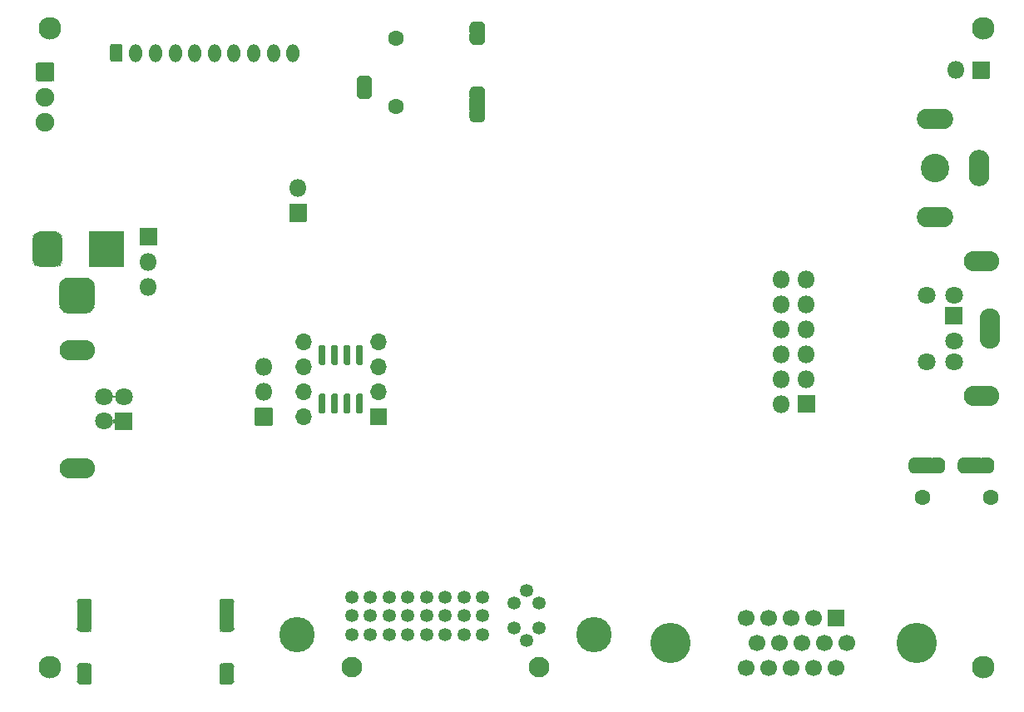
<source format=gbs>
%TF.GenerationSoftware,KiCad,Pcbnew,(5.1.12)-1*%
%TF.CreationDate,2021-12-05T12:23:55+04:00*%
%TF.ProjectId,RTD2662Board,52544432-3636-4324-926f-6172642e6b69,2*%
%TF.SameCoordinates,Original*%
%TF.FileFunction,Soldermask,Bot*%
%TF.FilePolarity,Negative*%
%FSLAX46Y46*%
G04 Gerber Fmt 4.6, Leading zero omitted, Abs format (unit mm)*
G04 Created by KiCad (PCBNEW (5.1.12)-1) date 2021-12-05 12:23:55*
%MOMM*%
%LPD*%
G01*
G04 APERTURE LIST*
%ADD10C,0.100000*%
%ADD11O,3.600000X2.100000*%
%ADD12C,1.800000*%
%ADD13C,2.900000*%
%ADD14O,3.700000X2.100000*%
%ADD15O,2.100000X3.700000*%
%ADD16C,1.900000*%
%ADD17C,1.600000*%
%ADD18O,2.100000X4.100000*%
%ADD19C,1.700000*%
%ADD20C,4.100000*%
%ADD21C,3.600000*%
%ADD22C,1.350000*%
%ADD23C,2.100000*%
%ADD24O,1.300000X1.850000*%
%ADD25O,1.700000X1.700000*%
%ADD26O,1.800000X1.800000*%
%ADD27C,2.300000*%
G04 APERTURE END LIST*
D10*
%TO.C,JP4*%
G36*
X92750000Y-77750000D02*
G01*
X92750000Y-78250000D01*
X94250000Y-78250000D01*
X94250000Y-77750000D01*
X92750000Y-77750000D01*
G37*
%TO.C,JP3*%
G36*
X94250000Y-86250000D02*
G01*
X94250000Y-84250000D01*
X92750000Y-84250000D01*
X92750000Y-86250000D01*
X94250000Y-86250000D01*
G37*
%TO.C,JP5*%
G36*
X82750000Y-83750000D02*
G01*
X82750000Y-83250000D01*
X81250000Y-83250000D01*
X81250000Y-83750000D01*
X82750000Y-83750000D01*
G37*
%TO.C,JP2*%
G36*
X145250000Y-121250000D02*
G01*
X143250000Y-121250000D01*
X143250000Y-122750000D01*
X145250000Y-122750000D01*
X145250000Y-121250000D01*
G37*
%TO.C,JP1*%
G36*
X140250000Y-121250000D02*
G01*
X138250000Y-121250000D01*
X138250000Y-122750000D01*
X140250000Y-122750000D01*
X140250000Y-121250000D01*
G37*
%TO.C,JP4*%
G36*
X92750000Y-77750000D02*
G01*
X92750000Y-78250000D01*
X94250000Y-78250000D01*
X94250000Y-77750000D01*
X92750000Y-77750000D01*
G37*
%TO.C,JP3*%
G36*
X94250000Y-86250000D02*
G01*
X94250000Y-84250000D01*
X92750000Y-84250000D01*
X92750000Y-86250000D01*
X94250000Y-86250000D01*
G37*
%TO.C,JP5*%
G36*
X82750000Y-83750000D02*
G01*
X82750000Y-83250000D01*
X81250000Y-83250000D01*
X81250000Y-83750000D01*
X82750000Y-83750000D01*
G37*
%TO.C,JP2*%
G36*
X145250000Y-121250000D02*
G01*
X143250000Y-121250000D01*
X143250000Y-122750000D01*
X145250000Y-122750000D01*
X145250000Y-121250000D01*
G37*
%TO.C,JP1*%
G36*
X140250000Y-121250000D02*
G01*
X138250000Y-121250000D01*
X138250000Y-122750000D01*
X140250000Y-122750000D01*
X140250000Y-121250000D01*
G37*
%TD*%
%TO.C,JP4*%
G36*
X92700602Y-77343889D02*
G01*
X92700602Y-77325466D01*
X92700843Y-77320565D01*
X92705653Y-77271734D01*
X92706373Y-77266881D01*
X92715945Y-77218756D01*
X92717137Y-77213995D01*
X92731381Y-77167040D01*
X92733034Y-77162421D01*
X92751811Y-77117088D01*
X92753909Y-77112651D01*
X92777040Y-77069378D01*
X92779562Y-77065171D01*
X92806822Y-77024372D01*
X92809746Y-77020430D01*
X92840874Y-76982501D01*
X92844169Y-76978866D01*
X92878866Y-76944169D01*
X92882501Y-76940874D01*
X92920430Y-76909746D01*
X92924372Y-76906822D01*
X92965171Y-76879562D01*
X92969378Y-76877040D01*
X93012651Y-76853909D01*
X93017088Y-76851811D01*
X93062421Y-76833034D01*
X93067040Y-76831381D01*
X93113995Y-76817137D01*
X93118756Y-76815945D01*
X93166881Y-76806373D01*
X93171734Y-76805653D01*
X93220565Y-76800843D01*
X93225466Y-76800602D01*
X93243889Y-76800602D01*
X93250000Y-76800000D01*
X93750000Y-76800000D01*
X93756111Y-76800602D01*
X93774534Y-76800602D01*
X93779435Y-76800843D01*
X93828266Y-76805653D01*
X93833119Y-76806373D01*
X93881244Y-76815945D01*
X93886005Y-76817137D01*
X93932960Y-76831381D01*
X93937579Y-76833034D01*
X93982912Y-76851811D01*
X93987349Y-76853909D01*
X94030622Y-76877040D01*
X94034829Y-76879562D01*
X94075628Y-76906822D01*
X94079570Y-76909746D01*
X94117499Y-76940874D01*
X94121134Y-76944169D01*
X94155831Y-76978866D01*
X94159126Y-76982501D01*
X94190254Y-77020430D01*
X94193178Y-77024372D01*
X94220438Y-77065171D01*
X94222960Y-77069378D01*
X94246091Y-77112651D01*
X94248189Y-77117088D01*
X94266966Y-77162421D01*
X94268619Y-77167040D01*
X94282863Y-77213995D01*
X94284055Y-77218756D01*
X94293627Y-77266881D01*
X94294347Y-77271734D01*
X94299157Y-77320565D01*
X94299398Y-77325466D01*
X94299398Y-77343889D01*
X94300000Y-77350000D01*
X94300000Y-77850000D01*
X94299039Y-77859755D01*
X94296194Y-77869134D01*
X94291573Y-77877779D01*
X94285355Y-77885355D01*
X94277779Y-77891573D01*
X94269134Y-77896194D01*
X94259755Y-77899039D01*
X94250000Y-77900000D01*
X92750000Y-77900000D01*
X92740245Y-77899039D01*
X92730866Y-77896194D01*
X92722221Y-77891573D01*
X92714645Y-77885355D01*
X92708427Y-77877779D01*
X92703806Y-77869134D01*
X92700961Y-77859755D01*
X92700000Y-77850000D01*
X92700000Y-77350000D01*
X92700602Y-77343889D01*
G37*
G36*
X92700961Y-78140245D02*
G01*
X92703806Y-78130866D01*
X92708427Y-78122221D01*
X92714645Y-78114645D01*
X92722221Y-78108427D01*
X92730866Y-78103806D01*
X92740245Y-78100961D01*
X92750000Y-78100000D01*
X94250000Y-78100000D01*
X94259755Y-78100961D01*
X94269134Y-78103806D01*
X94277779Y-78108427D01*
X94285355Y-78114645D01*
X94291573Y-78122221D01*
X94296194Y-78130866D01*
X94299039Y-78140245D01*
X94300000Y-78150000D01*
X94300000Y-78650000D01*
X94299398Y-78656111D01*
X94299398Y-78674534D01*
X94299157Y-78679435D01*
X94294347Y-78728266D01*
X94293627Y-78733119D01*
X94284055Y-78781244D01*
X94282863Y-78786005D01*
X94268619Y-78832960D01*
X94266966Y-78837579D01*
X94248189Y-78882912D01*
X94246091Y-78887349D01*
X94222960Y-78930622D01*
X94220438Y-78934829D01*
X94193178Y-78975628D01*
X94190254Y-78979570D01*
X94159126Y-79017499D01*
X94155831Y-79021134D01*
X94121134Y-79055831D01*
X94117499Y-79059126D01*
X94079570Y-79090254D01*
X94075628Y-79093178D01*
X94034829Y-79120438D01*
X94030622Y-79122960D01*
X93987349Y-79146091D01*
X93982912Y-79148189D01*
X93937579Y-79166966D01*
X93932960Y-79168619D01*
X93886005Y-79182863D01*
X93881244Y-79184055D01*
X93833119Y-79193627D01*
X93828266Y-79194347D01*
X93779435Y-79199157D01*
X93774534Y-79199398D01*
X93756111Y-79199398D01*
X93750000Y-79200000D01*
X93250000Y-79200000D01*
X93243889Y-79199398D01*
X93225466Y-79199398D01*
X93220565Y-79199157D01*
X93171734Y-79194347D01*
X93166881Y-79193627D01*
X93118756Y-79184055D01*
X93113995Y-79182863D01*
X93067040Y-79168619D01*
X93062421Y-79166966D01*
X93017088Y-79148189D01*
X93012651Y-79146091D01*
X92969378Y-79122960D01*
X92965171Y-79120438D01*
X92924372Y-79093178D01*
X92920430Y-79090254D01*
X92882501Y-79059126D01*
X92878866Y-79055831D01*
X92844169Y-79021134D01*
X92840874Y-79017499D01*
X92809746Y-78979570D01*
X92806822Y-78975628D01*
X92779562Y-78934829D01*
X92777040Y-78930622D01*
X92753909Y-78887349D01*
X92751811Y-78882912D01*
X92733034Y-78837579D01*
X92731381Y-78832960D01*
X92717137Y-78786005D01*
X92715945Y-78781244D01*
X92706373Y-78733119D01*
X92705653Y-78728266D01*
X92700843Y-78679435D01*
X92700602Y-78674534D01*
X92700602Y-78656111D01*
X92700000Y-78650000D01*
X92700000Y-78150000D01*
X92700961Y-78140245D01*
G37*
%TD*%
%TO.C,JP3*%
G36*
X92700602Y-83943889D02*
G01*
X92700602Y-83925466D01*
X92700843Y-83920565D01*
X92705653Y-83871734D01*
X92706373Y-83866881D01*
X92715945Y-83818756D01*
X92717137Y-83813995D01*
X92731381Y-83767040D01*
X92733034Y-83762421D01*
X92751811Y-83717088D01*
X92753909Y-83712651D01*
X92777040Y-83669378D01*
X92779562Y-83665171D01*
X92806822Y-83624372D01*
X92809746Y-83620430D01*
X92840874Y-83582501D01*
X92844169Y-83578866D01*
X92878866Y-83544169D01*
X92882501Y-83540874D01*
X92920430Y-83509746D01*
X92924372Y-83506822D01*
X92965171Y-83479562D01*
X92969378Y-83477040D01*
X93012651Y-83453909D01*
X93017088Y-83451811D01*
X93062421Y-83433034D01*
X93067040Y-83431381D01*
X93113995Y-83417137D01*
X93118756Y-83415945D01*
X93166881Y-83406373D01*
X93171734Y-83405653D01*
X93220565Y-83400843D01*
X93225466Y-83400602D01*
X93243889Y-83400602D01*
X93250000Y-83400000D01*
X93750000Y-83400000D01*
X93756111Y-83400602D01*
X93774534Y-83400602D01*
X93779435Y-83400843D01*
X93828266Y-83405653D01*
X93833119Y-83406373D01*
X93881244Y-83415945D01*
X93886005Y-83417137D01*
X93932960Y-83431381D01*
X93937579Y-83433034D01*
X93982912Y-83451811D01*
X93987349Y-83453909D01*
X94030622Y-83477040D01*
X94034829Y-83479562D01*
X94075628Y-83506822D01*
X94079570Y-83509746D01*
X94117499Y-83540874D01*
X94121134Y-83544169D01*
X94155831Y-83578866D01*
X94159126Y-83582501D01*
X94190254Y-83620430D01*
X94193178Y-83624372D01*
X94220438Y-83665171D01*
X94222960Y-83669378D01*
X94246091Y-83712651D01*
X94248189Y-83717088D01*
X94266966Y-83762421D01*
X94268619Y-83767040D01*
X94282863Y-83813995D01*
X94284055Y-83818756D01*
X94293627Y-83866881D01*
X94294347Y-83871734D01*
X94299157Y-83920565D01*
X94299398Y-83925466D01*
X94299398Y-83943889D01*
X94300000Y-83950000D01*
X94300000Y-84500000D01*
X94299039Y-84509755D01*
X94296194Y-84519134D01*
X94291573Y-84527779D01*
X94285355Y-84535355D01*
X94277779Y-84541573D01*
X94269134Y-84546194D01*
X94259755Y-84549039D01*
X94250000Y-84550000D01*
X92750000Y-84550000D01*
X92740245Y-84549039D01*
X92730866Y-84546194D01*
X92722221Y-84541573D01*
X92714645Y-84535355D01*
X92708427Y-84527779D01*
X92703806Y-84519134D01*
X92700961Y-84509755D01*
X92700000Y-84500000D01*
X92700000Y-83950000D01*
X92700602Y-83943889D01*
G37*
G36*
G01*
X94250000Y-85800000D02*
X92750000Y-85800000D01*
G75*
G02*
X92700000Y-85750000I0J50000D01*
G01*
X92700000Y-84750000D01*
G75*
G02*
X92750000Y-84700000I50000J0D01*
G01*
X94250000Y-84700000D01*
G75*
G02*
X94300000Y-84750000I0J-50000D01*
G01*
X94300000Y-85750000D01*
G75*
G02*
X94250000Y-85800000I-50000J0D01*
G01*
G37*
G36*
X92700961Y-85990245D02*
G01*
X92703806Y-85980866D01*
X92708427Y-85972221D01*
X92714645Y-85964645D01*
X92722221Y-85958427D01*
X92730866Y-85953806D01*
X92740245Y-85950961D01*
X92750000Y-85950000D01*
X94250000Y-85950000D01*
X94259755Y-85950961D01*
X94269134Y-85953806D01*
X94277779Y-85958427D01*
X94285355Y-85964645D01*
X94291573Y-85972221D01*
X94296194Y-85980866D01*
X94299039Y-85990245D01*
X94300000Y-86000000D01*
X94300000Y-86550000D01*
X94299398Y-86556111D01*
X94299398Y-86574534D01*
X94299157Y-86579435D01*
X94294347Y-86628266D01*
X94293627Y-86633119D01*
X94284055Y-86681244D01*
X94282863Y-86686005D01*
X94268619Y-86732960D01*
X94266966Y-86737579D01*
X94248189Y-86782912D01*
X94246091Y-86787349D01*
X94222960Y-86830622D01*
X94220438Y-86834829D01*
X94193178Y-86875628D01*
X94190254Y-86879570D01*
X94159126Y-86917499D01*
X94155831Y-86921134D01*
X94121134Y-86955831D01*
X94117499Y-86959126D01*
X94079570Y-86990254D01*
X94075628Y-86993178D01*
X94034829Y-87020438D01*
X94030622Y-87022960D01*
X93987349Y-87046091D01*
X93982912Y-87048189D01*
X93937579Y-87066966D01*
X93932960Y-87068619D01*
X93886005Y-87082863D01*
X93881244Y-87084055D01*
X93833119Y-87093627D01*
X93828266Y-87094347D01*
X93779435Y-87099157D01*
X93774534Y-87099398D01*
X93756111Y-87099398D01*
X93750000Y-87100000D01*
X93250000Y-87100000D01*
X93243889Y-87099398D01*
X93225466Y-87099398D01*
X93220565Y-87099157D01*
X93171734Y-87094347D01*
X93166881Y-87093627D01*
X93118756Y-87084055D01*
X93113995Y-87082863D01*
X93067040Y-87068619D01*
X93062421Y-87066966D01*
X93017088Y-87048189D01*
X93012651Y-87046091D01*
X92969378Y-87022960D01*
X92965171Y-87020438D01*
X92924372Y-86993178D01*
X92920430Y-86990254D01*
X92882501Y-86959126D01*
X92878866Y-86955831D01*
X92844169Y-86921134D01*
X92840874Y-86917499D01*
X92809746Y-86879570D01*
X92806822Y-86875628D01*
X92779562Y-86834829D01*
X92777040Y-86830622D01*
X92753909Y-86787349D01*
X92751811Y-86782912D01*
X92733034Y-86737579D01*
X92731381Y-86732960D01*
X92717137Y-86686005D01*
X92715945Y-86681244D01*
X92706373Y-86633119D01*
X92705653Y-86628266D01*
X92700843Y-86579435D01*
X92700602Y-86574534D01*
X92700602Y-86556111D01*
X92700000Y-86550000D01*
X92700000Y-86000000D01*
X92700961Y-85990245D01*
G37*
%TD*%
%TO.C,JP5*%
G36*
X81200961Y-83640245D02*
G01*
X81203806Y-83630866D01*
X81208427Y-83622221D01*
X81214645Y-83614645D01*
X81222221Y-83608427D01*
X81230866Y-83603806D01*
X81240245Y-83600961D01*
X81250000Y-83600000D01*
X82750000Y-83600000D01*
X82759755Y-83600961D01*
X82769134Y-83603806D01*
X82777779Y-83608427D01*
X82785355Y-83614645D01*
X82791573Y-83622221D01*
X82796194Y-83630866D01*
X82799039Y-83640245D01*
X82800000Y-83650000D01*
X82800000Y-84150000D01*
X82799398Y-84156111D01*
X82799398Y-84174534D01*
X82799157Y-84179435D01*
X82794347Y-84228266D01*
X82793627Y-84233119D01*
X82784055Y-84281244D01*
X82782863Y-84286005D01*
X82768619Y-84332960D01*
X82766966Y-84337579D01*
X82748189Y-84382912D01*
X82746091Y-84387349D01*
X82722960Y-84430622D01*
X82720438Y-84434829D01*
X82693178Y-84475628D01*
X82690254Y-84479570D01*
X82659126Y-84517499D01*
X82655831Y-84521134D01*
X82621134Y-84555831D01*
X82617499Y-84559126D01*
X82579570Y-84590254D01*
X82575628Y-84593178D01*
X82534829Y-84620438D01*
X82530622Y-84622960D01*
X82487349Y-84646091D01*
X82482912Y-84648189D01*
X82437579Y-84666966D01*
X82432960Y-84668619D01*
X82386005Y-84682863D01*
X82381244Y-84684055D01*
X82333119Y-84693627D01*
X82328266Y-84694347D01*
X82279435Y-84699157D01*
X82274534Y-84699398D01*
X82256111Y-84699398D01*
X82250000Y-84700000D01*
X81750000Y-84700000D01*
X81743889Y-84699398D01*
X81725466Y-84699398D01*
X81720565Y-84699157D01*
X81671734Y-84694347D01*
X81666881Y-84693627D01*
X81618756Y-84684055D01*
X81613995Y-84682863D01*
X81567040Y-84668619D01*
X81562421Y-84666966D01*
X81517088Y-84648189D01*
X81512651Y-84646091D01*
X81469378Y-84622960D01*
X81465171Y-84620438D01*
X81424372Y-84593178D01*
X81420430Y-84590254D01*
X81382501Y-84559126D01*
X81378866Y-84555831D01*
X81344169Y-84521134D01*
X81340874Y-84517499D01*
X81309746Y-84479570D01*
X81306822Y-84475628D01*
X81279562Y-84434829D01*
X81277040Y-84430622D01*
X81253909Y-84387349D01*
X81251811Y-84382912D01*
X81233034Y-84337579D01*
X81231381Y-84332960D01*
X81217137Y-84286005D01*
X81215945Y-84281244D01*
X81206373Y-84233119D01*
X81205653Y-84228266D01*
X81200843Y-84179435D01*
X81200602Y-84174534D01*
X81200602Y-84156111D01*
X81200000Y-84150000D01*
X81200000Y-83650000D01*
X81200961Y-83640245D01*
G37*
G36*
X81200602Y-82843889D02*
G01*
X81200602Y-82825466D01*
X81200843Y-82820565D01*
X81205653Y-82771734D01*
X81206373Y-82766881D01*
X81215945Y-82718756D01*
X81217137Y-82713995D01*
X81231381Y-82667040D01*
X81233034Y-82662421D01*
X81251811Y-82617088D01*
X81253909Y-82612651D01*
X81277040Y-82569378D01*
X81279562Y-82565171D01*
X81306822Y-82524372D01*
X81309746Y-82520430D01*
X81340874Y-82482501D01*
X81344169Y-82478866D01*
X81378866Y-82444169D01*
X81382501Y-82440874D01*
X81420430Y-82409746D01*
X81424372Y-82406822D01*
X81465171Y-82379562D01*
X81469378Y-82377040D01*
X81512651Y-82353909D01*
X81517088Y-82351811D01*
X81562421Y-82333034D01*
X81567040Y-82331381D01*
X81613995Y-82317137D01*
X81618756Y-82315945D01*
X81666881Y-82306373D01*
X81671734Y-82305653D01*
X81720565Y-82300843D01*
X81725466Y-82300602D01*
X81743889Y-82300602D01*
X81750000Y-82300000D01*
X82250000Y-82300000D01*
X82256111Y-82300602D01*
X82274534Y-82300602D01*
X82279435Y-82300843D01*
X82328266Y-82305653D01*
X82333119Y-82306373D01*
X82381244Y-82315945D01*
X82386005Y-82317137D01*
X82432960Y-82331381D01*
X82437579Y-82333034D01*
X82482912Y-82351811D01*
X82487349Y-82353909D01*
X82530622Y-82377040D01*
X82534829Y-82379562D01*
X82575628Y-82406822D01*
X82579570Y-82409746D01*
X82617499Y-82440874D01*
X82621134Y-82444169D01*
X82655831Y-82478866D01*
X82659126Y-82482501D01*
X82690254Y-82520430D01*
X82693178Y-82524372D01*
X82720438Y-82565171D01*
X82722960Y-82569378D01*
X82746091Y-82612651D01*
X82748189Y-82617088D01*
X82766966Y-82662421D01*
X82768619Y-82667040D01*
X82782863Y-82713995D01*
X82784055Y-82718756D01*
X82793627Y-82766881D01*
X82794347Y-82771734D01*
X82799157Y-82820565D01*
X82799398Y-82825466D01*
X82799398Y-82843889D01*
X82800000Y-82850000D01*
X82800000Y-83350000D01*
X82799039Y-83359755D01*
X82796194Y-83369134D01*
X82791573Y-83377779D01*
X82785355Y-83385355D01*
X82777779Y-83391573D01*
X82769134Y-83396194D01*
X82759755Y-83399039D01*
X82750000Y-83400000D01*
X81250000Y-83400000D01*
X81240245Y-83399039D01*
X81230866Y-83396194D01*
X81222221Y-83391573D01*
X81214645Y-83385355D01*
X81208427Y-83377779D01*
X81203806Y-83369134D01*
X81200961Y-83359755D01*
X81200000Y-83350000D01*
X81200000Y-82850000D01*
X81200602Y-82843889D01*
G37*
%TD*%
%TO.C,JP2*%
G36*
X142943889Y-122799398D02*
G01*
X142925466Y-122799398D01*
X142920565Y-122799157D01*
X142871734Y-122794347D01*
X142866881Y-122793627D01*
X142818756Y-122784055D01*
X142813995Y-122782863D01*
X142767040Y-122768619D01*
X142762421Y-122766966D01*
X142717088Y-122748189D01*
X142712651Y-122746091D01*
X142669378Y-122722960D01*
X142665171Y-122720438D01*
X142624372Y-122693178D01*
X142620430Y-122690254D01*
X142582501Y-122659126D01*
X142578866Y-122655831D01*
X142544169Y-122621134D01*
X142540874Y-122617499D01*
X142509746Y-122579570D01*
X142506822Y-122575628D01*
X142479562Y-122534829D01*
X142477040Y-122530622D01*
X142453909Y-122487349D01*
X142451811Y-122482912D01*
X142433034Y-122437579D01*
X142431381Y-122432960D01*
X142417137Y-122386005D01*
X142415945Y-122381244D01*
X142406373Y-122333119D01*
X142405653Y-122328266D01*
X142400843Y-122279435D01*
X142400602Y-122274534D01*
X142400602Y-122256111D01*
X142400000Y-122250000D01*
X142400000Y-121750000D01*
X142400602Y-121743889D01*
X142400602Y-121725466D01*
X142400843Y-121720565D01*
X142405653Y-121671734D01*
X142406373Y-121666881D01*
X142415945Y-121618756D01*
X142417137Y-121613995D01*
X142431381Y-121567040D01*
X142433034Y-121562421D01*
X142451811Y-121517088D01*
X142453909Y-121512651D01*
X142477040Y-121469378D01*
X142479562Y-121465171D01*
X142506822Y-121424372D01*
X142509746Y-121420430D01*
X142540874Y-121382501D01*
X142544169Y-121378866D01*
X142578866Y-121344169D01*
X142582501Y-121340874D01*
X142620430Y-121309746D01*
X142624372Y-121306822D01*
X142665171Y-121279562D01*
X142669378Y-121277040D01*
X142712651Y-121253909D01*
X142717088Y-121251811D01*
X142762421Y-121233034D01*
X142767040Y-121231381D01*
X142813995Y-121217137D01*
X142818756Y-121215945D01*
X142866881Y-121206373D01*
X142871734Y-121205653D01*
X142920565Y-121200843D01*
X142925466Y-121200602D01*
X142943889Y-121200602D01*
X142950000Y-121200000D01*
X143500000Y-121200000D01*
X143509755Y-121200961D01*
X143519134Y-121203806D01*
X143527779Y-121208427D01*
X143535355Y-121214645D01*
X143541573Y-121222221D01*
X143546194Y-121230866D01*
X143549039Y-121240245D01*
X143550000Y-121250000D01*
X143550000Y-122750000D01*
X143549039Y-122759755D01*
X143546194Y-122769134D01*
X143541573Y-122777779D01*
X143535355Y-122785355D01*
X143527779Y-122791573D01*
X143519134Y-122796194D01*
X143509755Y-122799039D01*
X143500000Y-122800000D01*
X142950000Y-122800000D01*
X142943889Y-122799398D01*
G37*
G36*
G01*
X144800000Y-121250000D02*
X144800000Y-122750000D01*
G75*
G02*
X144750000Y-122800000I-50000J0D01*
G01*
X143750000Y-122800000D01*
G75*
G02*
X143700000Y-122750000I0J50000D01*
G01*
X143700000Y-121250000D01*
G75*
G02*
X143750000Y-121200000I50000J0D01*
G01*
X144750000Y-121200000D01*
G75*
G02*
X144800000Y-121250000I0J-50000D01*
G01*
G37*
G36*
X144990245Y-122799039D02*
G01*
X144980866Y-122796194D01*
X144972221Y-122791573D01*
X144964645Y-122785355D01*
X144958427Y-122777779D01*
X144953806Y-122769134D01*
X144950961Y-122759755D01*
X144950000Y-122750000D01*
X144950000Y-121250000D01*
X144950961Y-121240245D01*
X144953806Y-121230866D01*
X144958427Y-121222221D01*
X144964645Y-121214645D01*
X144972221Y-121208427D01*
X144980866Y-121203806D01*
X144990245Y-121200961D01*
X145000000Y-121200000D01*
X145550000Y-121200000D01*
X145556111Y-121200602D01*
X145574534Y-121200602D01*
X145579435Y-121200843D01*
X145628266Y-121205653D01*
X145633119Y-121206373D01*
X145681244Y-121215945D01*
X145686005Y-121217137D01*
X145732960Y-121231381D01*
X145737579Y-121233034D01*
X145782912Y-121251811D01*
X145787349Y-121253909D01*
X145830622Y-121277040D01*
X145834829Y-121279562D01*
X145875628Y-121306822D01*
X145879570Y-121309746D01*
X145917499Y-121340874D01*
X145921134Y-121344169D01*
X145955831Y-121378866D01*
X145959126Y-121382501D01*
X145990254Y-121420430D01*
X145993178Y-121424372D01*
X146020438Y-121465171D01*
X146022960Y-121469378D01*
X146046091Y-121512651D01*
X146048189Y-121517088D01*
X146066966Y-121562421D01*
X146068619Y-121567040D01*
X146082863Y-121613995D01*
X146084055Y-121618756D01*
X146093627Y-121666881D01*
X146094347Y-121671734D01*
X146099157Y-121720565D01*
X146099398Y-121725466D01*
X146099398Y-121743889D01*
X146100000Y-121750000D01*
X146100000Y-122250000D01*
X146099398Y-122256111D01*
X146099398Y-122274534D01*
X146099157Y-122279435D01*
X146094347Y-122328266D01*
X146093627Y-122333119D01*
X146084055Y-122381244D01*
X146082863Y-122386005D01*
X146068619Y-122432960D01*
X146066966Y-122437579D01*
X146048189Y-122482912D01*
X146046091Y-122487349D01*
X146022960Y-122530622D01*
X146020438Y-122534829D01*
X145993178Y-122575628D01*
X145990254Y-122579570D01*
X145959126Y-122617499D01*
X145955831Y-122621134D01*
X145921134Y-122655831D01*
X145917499Y-122659126D01*
X145879570Y-122690254D01*
X145875628Y-122693178D01*
X145834829Y-122720438D01*
X145830622Y-122722960D01*
X145787349Y-122746091D01*
X145782912Y-122748189D01*
X145737579Y-122766966D01*
X145732960Y-122768619D01*
X145686005Y-122782863D01*
X145681244Y-122784055D01*
X145633119Y-122793627D01*
X145628266Y-122794347D01*
X145579435Y-122799157D01*
X145574534Y-122799398D01*
X145556111Y-122799398D01*
X145550000Y-122800000D01*
X145000000Y-122800000D01*
X144990245Y-122799039D01*
G37*
%TD*%
%TO.C,JP1*%
G36*
X137943889Y-122799398D02*
G01*
X137925466Y-122799398D01*
X137920565Y-122799157D01*
X137871734Y-122794347D01*
X137866881Y-122793627D01*
X137818756Y-122784055D01*
X137813995Y-122782863D01*
X137767040Y-122768619D01*
X137762421Y-122766966D01*
X137717088Y-122748189D01*
X137712651Y-122746091D01*
X137669378Y-122722960D01*
X137665171Y-122720438D01*
X137624372Y-122693178D01*
X137620430Y-122690254D01*
X137582501Y-122659126D01*
X137578866Y-122655831D01*
X137544169Y-122621134D01*
X137540874Y-122617499D01*
X137509746Y-122579570D01*
X137506822Y-122575628D01*
X137479562Y-122534829D01*
X137477040Y-122530622D01*
X137453909Y-122487349D01*
X137451811Y-122482912D01*
X137433034Y-122437579D01*
X137431381Y-122432960D01*
X137417137Y-122386005D01*
X137415945Y-122381244D01*
X137406373Y-122333119D01*
X137405653Y-122328266D01*
X137400843Y-122279435D01*
X137400602Y-122274534D01*
X137400602Y-122256111D01*
X137400000Y-122250000D01*
X137400000Y-121750000D01*
X137400602Y-121743889D01*
X137400602Y-121725466D01*
X137400843Y-121720565D01*
X137405653Y-121671734D01*
X137406373Y-121666881D01*
X137415945Y-121618756D01*
X137417137Y-121613995D01*
X137431381Y-121567040D01*
X137433034Y-121562421D01*
X137451811Y-121517088D01*
X137453909Y-121512651D01*
X137477040Y-121469378D01*
X137479562Y-121465171D01*
X137506822Y-121424372D01*
X137509746Y-121420430D01*
X137540874Y-121382501D01*
X137544169Y-121378866D01*
X137578866Y-121344169D01*
X137582501Y-121340874D01*
X137620430Y-121309746D01*
X137624372Y-121306822D01*
X137665171Y-121279562D01*
X137669378Y-121277040D01*
X137712651Y-121253909D01*
X137717088Y-121251811D01*
X137762421Y-121233034D01*
X137767040Y-121231381D01*
X137813995Y-121217137D01*
X137818756Y-121215945D01*
X137866881Y-121206373D01*
X137871734Y-121205653D01*
X137920565Y-121200843D01*
X137925466Y-121200602D01*
X137943889Y-121200602D01*
X137950000Y-121200000D01*
X138500000Y-121200000D01*
X138509755Y-121200961D01*
X138519134Y-121203806D01*
X138527779Y-121208427D01*
X138535355Y-121214645D01*
X138541573Y-121222221D01*
X138546194Y-121230866D01*
X138549039Y-121240245D01*
X138550000Y-121250000D01*
X138550000Y-122750000D01*
X138549039Y-122759755D01*
X138546194Y-122769134D01*
X138541573Y-122777779D01*
X138535355Y-122785355D01*
X138527779Y-122791573D01*
X138519134Y-122796194D01*
X138509755Y-122799039D01*
X138500000Y-122800000D01*
X137950000Y-122800000D01*
X137943889Y-122799398D01*
G37*
G36*
G01*
X139800000Y-121250000D02*
X139800000Y-122750000D01*
G75*
G02*
X139750000Y-122800000I-50000J0D01*
G01*
X138750000Y-122800000D01*
G75*
G02*
X138700000Y-122750000I0J50000D01*
G01*
X138700000Y-121250000D01*
G75*
G02*
X138750000Y-121200000I50000J0D01*
G01*
X139750000Y-121200000D01*
G75*
G02*
X139800000Y-121250000I0J-50000D01*
G01*
G37*
G36*
X139990245Y-122799039D02*
G01*
X139980866Y-122796194D01*
X139972221Y-122791573D01*
X139964645Y-122785355D01*
X139958427Y-122777779D01*
X139953806Y-122769134D01*
X139950961Y-122759755D01*
X139950000Y-122750000D01*
X139950000Y-121250000D01*
X139950961Y-121240245D01*
X139953806Y-121230866D01*
X139958427Y-121222221D01*
X139964645Y-121214645D01*
X139972221Y-121208427D01*
X139980866Y-121203806D01*
X139990245Y-121200961D01*
X140000000Y-121200000D01*
X140550000Y-121200000D01*
X140556111Y-121200602D01*
X140574534Y-121200602D01*
X140579435Y-121200843D01*
X140628266Y-121205653D01*
X140633119Y-121206373D01*
X140681244Y-121215945D01*
X140686005Y-121217137D01*
X140732960Y-121231381D01*
X140737579Y-121233034D01*
X140782912Y-121251811D01*
X140787349Y-121253909D01*
X140830622Y-121277040D01*
X140834829Y-121279562D01*
X140875628Y-121306822D01*
X140879570Y-121309746D01*
X140917499Y-121340874D01*
X140921134Y-121344169D01*
X140955831Y-121378866D01*
X140959126Y-121382501D01*
X140990254Y-121420430D01*
X140993178Y-121424372D01*
X141020438Y-121465171D01*
X141022960Y-121469378D01*
X141046091Y-121512651D01*
X141048189Y-121517088D01*
X141066966Y-121562421D01*
X141068619Y-121567040D01*
X141082863Y-121613995D01*
X141084055Y-121618756D01*
X141093627Y-121666881D01*
X141094347Y-121671734D01*
X141099157Y-121720565D01*
X141099398Y-121725466D01*
X141099398Y-121743889D01*
X141100000Y-121750000D01*
X141100000Y-122250000D01*
X141099398Y-122256111D01*
X141099398Y-122274534D01*
X141099157Y-122279435D01*
X141094347Y-122328266D01*
X141093627Y-122333119D01*
X141084055Y-122381244D01*
X141082863Y-122386005D01*
X141068619Y-122432960D01*
X141066966Y-122437579D01*
X141048189Y-122482912D01*
X141046091Y-122487349D01*
X141022960Y-122530622D01*
X141020438Y-122534829D01*
X140993178Y-122575628D01*
X140990254Y-122579570D01*
X140959126Y-122617499D01*
X140955831Y-122621134D01*
X140921134Y-122655831D01*
X140917499Y-122659126D01*
X140879570Y-122690254D01*
X140875628Y-122693178D01*
X140834829Y-122720438D01*
X140830622Y-122722960D01*
X140787349Y-122746091D01*
X140782912Y-122748189D01*
X140737579Y-122766966D01*
X140732960Y-122768619D01*
X140686005Y-122782863D01*
X140681244Y-122784055D01*
X140633119Y-122793627D01*
X140628266Y-122794347D01*
X140579435Y-122799157D01*
X140574534Y-122799398D01*
X140556111Y-122799398D01*
X140550000Y-122800000D01*
X140000000Y-122800000D01*
X139990245Y-122799039D01*
G37*
%TD*%
D11*
%TO.C,J8*%
X52790000Y-110230000D03*
X52790000Y-122270000D03*
D12*
X55500000Y-117500000D03*
X55500000Y-115000000D03*
X57500000Y-115000000D03*
G36*
G01*
X58400000Y-116650000D02*
X58400000Y-118350000D01*
G75*
G02*
X58350000Y-118400000I-50000J0D01*
G01*
X56650000Y-118400000D01*
G75*
G02*
X56600000Y-118350000I0J50000D01*
G01*
X56600000Y-116650000D01*
G75*
G02*
X56650000Y-116600000I50000J0D01*
G01*
X58350000Y-116600000D01*
G75*
G02*
X58400000Y-116650000I0J-50000D01*
G01*
G37*
%TD*%
D13*
%TO.C,J5*%
X140050000Y-91750000D03*
D14*
X140050000Y-96750000D03*
X140050000Y-86750000D03*
D15*
X144550000Y-91750000D03*
%TD*%
%TO.C,U3*%
G36*
G01*
X48814100Y-81010000D02*
X50185900Y-81010000D01*
G75*
G02*
X50450000Y-81274100I0J-264100D01*
G01*
X50450000Y-82645900D01*
G75*
G02*
X50185900Y-82910000I-264100J0D01*
G01*
X48814100Y-82910000D01*
G75*
G02*
X48550000Y-82645900I0J264100D01*
G01*
X48550000Y-81274100D01*
G75*
G02*
X48814100Y-81010000I264100J0D01*
G01*
G37*
D16*
X49500000Y-84500000D03*
X49500000Y-87040000D03*
%TD*%
D17*
%TO.C,J3*%
X138775000Y-125250000D03*
X145775000Y-125250000D03*
%TD*%
D18*
%TO.C,J7*%
X145650000Y-108050000D03*
D12*
X139200000Y-111450000D03*
X139200000Y-104650000D03*
X142000000Y-111450000D03*
X142000000Y-104650000D03*
X142000000Y-109350000D03*
G36*
G01*
X142850000Y-107650000D02*
X141150000Y-107650000D01*
G75*
G02*
X141100000Y-107600000I0J50000D01*
G01*
X141100000Y-105900000D01*
G75*
G02*
X141150000Y-105850000I50000J0D01*
G01*
X142850000Y-105850000D01*
G75*
G02*
X142900000Y-105900000I0J-50000D01*
G01*
X142900000Y-107600000D01*
G75*
G02*
X142850000Y-107650000I-50000J0D01*
G01*
G37*
D11*
X144850000Y-101200000D03*
X144850000Y-114900000D03*
%TD*%
D17*
%TO.C,J13*%
X85250000Y-85475000D03*
X85250000Y-78475000D03*
%TD*%
%TO.C,J14*%
G36*
G01*
X53950000Y-101750000D02*
X53950000Y-98250000D01*
G75*
G02*
X54000000Y-98200000I50000J0D01*
G01*
X57500000Y-98200000D01*
G75*
G02*
X57550000Y-98250000I0J-50000D01*
G01*
X57550000Y-101750000D01*
G75*
G02*
X57500000Y-101800000I-50000J0D01*
G01*
X54000000Y-101800000D01*
G75*
G02*
X53950000Y-101750000I0J50000D01*
G01*
G37*
G36*
G01*
X48200000Y-101025000D02*
X48200000Y-98975000D01*
G75*
G02*
X48975000Y-98200000I775000J0D01*
G01*
X50525000Y-98200000D01*
G75*
G02*
X51300000Y-98975000I0J-775000D01*
G01*
X51300000Y-101025000D01*
G75*
G02*
X50525000Y-101800000I-775000J0D01*
G01*
X48975000Y-101800000D01*
G75*
G02*
X48200000Y-101025000I0J775000D01*
G01*
G37*
G36*
G01*
X50950000Y-105600000D02*
X50950000Y-103800000D01*
G75*
G02*
X51850000Y-102900000I900000J0D01*
G01*
X53650000Y-102900000D01*
G75*
G02*
X54550000Y-103800000I0J-900000D01*
G01*
X54550000Y-105600000D01*
G75*
G02*
X53650000Y-106500000I-900000J0D01*
G01*
X51850000Y-106500000D01*
G75*
G02*
X50950000Y-105600000I0J900000D01*
G01*
G37*
%TD*%
%TO.C,J4*%
G36*
G01*
X129150000Y-138300000D02*
X129150000Y-136700000D01*
G75*
G02*
X129200000Y-136650000I50000J0D01*
G01*
X130800000Y-136650000D01*
G75*
G02*
X130850000Y-136700000I0J-50000D01*
G01*
X130850000Y-138300000D01*
G75*
G02*
X130800000Y-138350000I-50000J0D01*
G01*
X129200000Y-138350000D01*
G75*
G02*
X129150000Y-138300000I0J50000D01*
G01*
G37*
D19*
X127710000Y-137500000D03*
X125420000Y-137500000D03*
X123130000Y-137500000D03*
X120840000Y-137500000D03*
X131145000Y-140040000D03*
X128855000Y-140040000D03*
X126565000Y-140040000D03*
X124275000Y-140040000D03*
X121985000Y-140040000D03*
X130000000Y-142580000D03*
X127710000Y-142580000D03*
X125420000Y-142580000D03*
X123130000Y-142580000D03*
X120840000Y-142580000D03*
D20*
X113185000Y-140110000D03*
X138185000Y-140110000D03*
%TD*%
D21*
%TO.C,J1*%
X105360460Y-139198000D03*
D22*
X84535000Y-135388000D03*
X82630000Y-135388000D03*
X80725000Y-135388000D03*
X86440000Y-135388000D03*
X88345000Y-135388000D03*
X80725000Y-137293000D03*
X92155000Y-135388000D03*
X90250000Y-135388000D03*
D21*
X75139540Y-139198000D03*
D22*
X82630000Y-137293000D03*
X84535000Y-137293000D03*
X86440000Y-137293000D03*
X88345000Y-137293000D03*
X90250000Y-137293000D03*
X92155000Y-137293000D03*
X94060000Y-137293000D03*
X80725000Y-139198000D03*
X82630000Y-139198000D03*
X84535000Y-139198000D03*
X86440000Y-139198000D03*
X88345000Y-139198000D03*
X90250000Y-139198000D03*
X92155000Y-139198000D03*
X94060000Y-139198000D03*
X94060000Y-135388000D03*
X99775000Y-136023000D03*
X97235000Y-136023000D03*
X97235000Y-138563000D03*
X99775000Y-138563000D03*
X98505000Y-134753000D03*
X98505000Y-139833000D03*
D23*
X80725000Y-142497460D03*
X99775000Y-142497460D03*
%TD*%
%TO.C,J2*%
G36*
G01*
X67250000Y-138585000D02*
X67250000Y-135935000D01*
G75*
G02*
X67625000Y-135560000I375000J0D01*
G01*
X68375000Y-135560000D01*
G75*
G02*
X68750000Y-135935000I0J-375000D01*
G01*
X68750000Y-138585000D01*
G75*
G02*
X68375000Y-138960000I-375000J0D01*
G01*
X67625000Y-138960000D01*
G75*
G02*
X67250000Y-138585000I0J375000D01*
G01*
G37*
G36*
G01*
X52750000Y-138585000D02*
X52750000Y-135935000D01*
G75*
G02*
X53125000Y-135560000I375000J0D01*
G01*
X53875000Y-135560000D01*
G75*
G02*
X54250000Y-135935000I0J-375000D01*
G01*
X54250000Y-138585000D01*
G75*
G02*
X53875000Y-138960000I-375000J0D01*
G01*
X53125000Y-138960000D01*
G75*
G02*
X52750000Y-138585000I0J375000D01*
G01*
G37*
G36*
G01*
X52750000Y-143945000D02*
X52750000Y-142495000D01*
G75*
G02*
X53125000Y-142120000I375000J0D01*
G01*
X53875000Y-142120000D01*
G75*
G02*
X54250000Y-142495000I0J-375000D01*
G01*
X54250000Y-143945000D01*
G75*
G02*
X53875000Y-144320000I-375000J0D01*
G01*
X53125000Y-144320000D01*
G75*
G02*
X52750000Y-143945000I0J375000D01*
G01*
G37*
G36*
G01*
X67250000Y-143945000D02*
X67250000Y-142495000D01*
G75*
G02*
X67625000Y-142120000I375000J0D01*
G01*
X68375000Y-142120000D01*
G75*
G02*
X68750000Y-142495000I0J-375000D01*
G01*
X68750000Y-143945000D01*
G75*
G02*
X68375000Y-144320000I-375000J0D01*
G01*
X67625000Y-144320000D01*
G75*
G02*
X67250000Y-143945000I0J375000D01*
G01*
G37*
%TD*%
%TO.C,J9*%
G36*
G01*
X56100000Y-80654600D02*
X56100000Y-79345400D01*
G75*
G02*
X56370400Y-79075000I270400J0D01*
G01*
X57129600Y-79075000D01*
G75*
G02*
X57400000Y-79345400I0J-270400D01*
G01*
X57400000Y-80654600D01*
G75*
G02*
X57129600Y-80925000I-270400J0D01*
G01*
X56370400Y-80925000D01*
G75*
G02*
X56100000Y-80654600I0J270400D01*
G01*
G37*
D24*
X58750000Y-80000000D03*
X60750000Y-80000000D03*
X62750000Y-80000000D03*
X64750000Y-80000000D03*
X66750000Y-80000000D03*
X68750000Y-80000000D03*
X70750000Y-80000000D03*
X72750000Y-80000000D03*
X74750000Y-80000000D03*
%TD*%
%TO.C,U10*%
G36*
G01*
X81680000Y-116730000D02*
X81330000Y-116730000D01*
G75*
G02*
X81155000Y-116555000I0J175000D01*
G01*
X81155000Y-114855000D01*
G75*
G02*
X81330000Y-114680000I175000J0D01*
G01*
X81680000Y-114680000D01*
G75*
G02*
X81855000Y-114855000I0J-175000D01*
G01*
X81855000Y-116555000D01*
G75*
G02*
X81680000Y-116730000I-175000J0D01*
G01*
G37*
G36*
G01*
X80410000Y-116730000D02*
X80060000Y-116730000D01*
G75*
G02*
X79885000Y-116555000I0J175000D01*
G01*
X79885000Y-114855000D01*
G75*
G02*
X80060000Y-114680000I175000J0D01*
G01*
X80410000Y-114680000D01*
G75*
G02*
X80585000Y-114855000I0J-175000D01*
G01*
X80585000Y-116555000D01*
G75*
G02*
X80410000Y-116730000I-175000J0D01*
G01*
G37*
G36*
G01*
X79140000Y-116730000D02*
X78790000Y-116730000D01*
G75*
G02*
X78615000Y-116555000I0J175000D01*
G01*
X78615000Y-114855000D01*
G75*
G02*
X78790000Y-114680000I175000J0D01*
G01*
X79140000Y-114680000D01*
G75*
G02*
X79315000Y-114855000I0J-175000D01*
G01*
X79315000Y-116555000D01*
G75*
G02*
X79140000Y-116730000I-175000J0D01*
G01*
G37*
G36*
G01*
X77870000Y-116730000D02*
X77520000Y-116730000D01*
G75*
G02*
X77345000Y-116555000I0J175000D01*
G01*
X77345000Y-114855000D01*
G75*
G02*
X77520000Y-114680000I175000J0D01*
G01*
X77870000Y-114680000D01*
G75*
G02*
X78045000Y-114855000I0J-175000D01*
G01*
X78045000Y-116555000D01*
G75*
G02*
X77870000Y-116730000I-175000J0D01*
G01*
G37*
G36*
G01*
X77870000Y-111780000D02*
X77520000Y-111780000D01*
G75*
G02*
X77345000Y-111605000I0J175000D01*
G01*
X77345000Y-109905000D01*
G75*
G02*
X77520000Y-109730000I175000J0D01*
G01*
X77870000Y-109730000D01*
G75*
G02*
X78045000Y-109905000I0J-175000D01*
G01*
X78045000Y-111605000D01*
G75*
G02*
X77870000Y-111780000I-175000J0D01*
G01*
G37*
G36*
G01*
X79140000Y-111780000D02*
X78790000Y-111780000D01*
G75*
G02*
X78615000Y-111605000I0J175000D01*
G01*
X78615000Y-109905000D01*
G75*
G02*
X78790000Y-109730000I175000J0D01*
G01*
X79140000Y-109730000D01*
G75*
G02*
X79315000Y-109905000I0J-175000D01*
G01*
X79315000Y-111605000D01*
G75*
G02*
X79140000Y-111780000I-175000J0D01*
G01*
G37*
G36*
G01*
X80410000Y-111780000D02*
X80060000Y-111780000D01*
G75*
G02*
X79885000Y-111605000I0J175000D01*
G01*
X79885000Y-109905000D01*
G75*
G02*
X80060000Y-109730000I175000J0D01*
G01*
X80410000Y-109730000D01*
G75*
G02*
X80585000Y-109905000I0J-175000D01*
G01*
X80585000Y-111605000D01*
G75*
G02*
X80410000Y-111780000I-175000J0D01*
G01*
G37*
G36*
G01*
X81680000Y-111780000D02*
X81330000Y-111780000D01*
G75*
G02*
X81155000Y-111605000I0J175000D01*
G01*
X81155000Y-109905000D01*
G75*
G02*
X81330000Y-109730000I175000J0D01*
G01*
X81680000Y-109730000D01*
G75*
G02*
X81855000Y-109905000I0J-175000D01*
G01*
X81855000Y-111605000D01*
G75*
G02*
X81680000Y-111780000I-175000J0D01*
G01*
G37*
D25*
X75790000Y-114500000D03*
X75790000Y-111960000D03*
X75790000Y-109420000D03*
X75790000Y-117040000D03*
X83410000Y-109420000D03*
X83410000Y-111960000D03*
X83410000Y-114500000D03*
G36*
G01*
X84260000Y-116240000D02*
X84260000Y-117840000D01*
G75*
G02*
X84210000Y-117890000I-50000J0D01*
G01*
X82610000Y-117890000D01*
G75*
G02*
X82560000Y-117840000I0J50000D01*
G01*
X82560000Y-116240000D01*
G75*
G02*
X82610000Y-116190000I50000J0D01*
G01*
X84210000Y-116190000D01*
G75*
G02*
X84260000Y-116240000I0J-50000D01*
G01*
G37*
%TD*%
D26*
%TO.C,J15*%
X124460000Y-103050000D03*
X127000000Y-103050000D03*
X124460000Y-105590000D03*
X127000000Y-105590000D03*
X124460000Y-108130000D03*
X127000000Y-108130000D03*
X124460000Y-110670000D03*
X127000000Y-110670000D03*
X124460000Y-113210000D03*
X127000000Y-113210000D03*
X124460000Y-115750000D03*
G36*
G01*
X127900000Y-114900000D02*
X127900000Y-116600000D01*
G75*
G02*
X127850000Y-116650000I-50000J0D01*
G01*
X126150000Y-116650000D01*
G75*
G02*
X126100000Y-116600000I0J50000D01*
G01*
X126100000Y-114900000D01*
G75*
G02*
X126150000Y-114850000I50000J0D01*
G01*
X127850000Y-114850000D01*
G75*
G02*
X127900000Y-114900000I0J-50000D01*
G01*
G37*
%TD*%
%TO.C,J12*%
X75250000Y-93750000D03*
G36*
G01*
X76150000Y-95440000D02*
X76150000Y-97140000D01*
G75*
G02*
X76100000Y-97190000I-50000J0D01*
G01*
X74400000Y-97190000D01*
G75*
G02*
X74350000Y-97140000I0J50000D01*
G01*
X74350000Y-95440000D01*
G75*
G02*
X74400000Y-95390000I50000J0D01*
G01*
X76100000Y-95390000D01*
G75*
G02*
X76150000Y-95440000I0J-50000D01*
G01*
G37*
%TD*%
%TO.C,J6*%
G36*
G01*
X143900000Y-80850000D02*
X145600000Y-80850000D01*
G75*
G02*
X145650000Y-80900000I0J-50000D01*
G01*
X145650000Y-82600000D01*
G75*
G02*
X145600000Y-82650000I-50000J0D01*
G01*
X143900000Y-82650000D01*
G75*
G02*
X143850000Y-82600000I0J50000D01*
G01*
X143850000Y-80900000D01*
G75*
G02*
X143900000Y-80850000I50000J0D01*
G01*
G37*
X142210000Y-81750000D03*
%TD*%
%TO.C,JP6*%
X60000000Y-103790000D03*
X60000000Y-101250000D03*
G36*
G01*
X59100000Y-99560000D02*
X59100000Y-97860000D01*
G75*
G02*
X59150000Y-97810000I50000J0D01*
G01*
X60850000Y-97810000D01*
G75*
G02*
X60900000Y-97860000I0J-50000D01*
G01*
X60900000Y-99560000D01*
G75*
G02*
X60850000Y-99610000I-50000J0D01*
G01*
X59150000Y-99610000D01*
G75*
G02*
X59100000Y-99560000I0J50000D01*
G01*
G37*
%TD*%
%TO.C,J10*%
G36*
G01*
X72650000Y-116190000D02*
X72650000Y-117890000D01*
G75*
G02*
X72600000Y-117940000I-50000J0D01*
G01*
X70900000Y-117940000D01*
G75*
G02*
X70850000Y-117890000I0J50000D01*
G01*
X70850000Y-116190000D01*
G75*
G02*
X70900000Y-116140000I50000J0D01*
G01*
X72600000Y-116140000D01*
G75*
G02*
X72650000Y-116190000I0J-50000D01*
G01*
G37*
X71750000Y-114500000D03*
X71750000Y-111960000D03*
%TD*%
D27*
%TO.C,REF\u002A\u002A*%
X50000000Y-77500000D03*
%TD*%
%TO.C,REF\u002A\u002A*%
X145000000Y-77500000D03*
%TD*%
%TO.C,REF\u002A\u002A*%
X145000000Y-142500000D03*
%TD*%
%TO.C,REF\u002A\u002A*%
X50000000Y-142500000D03*
%TD*%
D10*
G36*
X67251990Y-143944804D02*
G01*
X67259176Y-144017764D01*
X67280402Y-144087737D01*
X67314870Y-144152223D01*
X67361256Y-144208744D01*
X67417777Y-144255130D01*
X67482263Y-144289598D01*
X67552236Y-144310824D01*
X67625196Y-144318010D01*
X67626822Y-144319175D01*
X67626626Y-144321165D01*
X67625000Y-144322000D01*
X67567736Y-144322000D01*
X67567540Y-144321990D01*
X67500653Y-144315402D01*
X67500268Y-144315326D01*
X67441952Y-144297636D01*
X67441590Y-144297486D01*
X67387837Y-144268755D01*
X67387511Y-144268537D01*
X67340401Y-144229876D01*
X67340124Y-144229599D01*
X67301463Y-144182489D01*
X67301245Y-144182163D01*
X67272514Y-144128410D01*
X67272364Y-144128048D01*
X67254674Y-144069732D01*
X67254598Y-144069347D01*
X67248010Y-144002460D01*
X67248000Y-144002264D01*
X67248000Y-143945000D01*
X67249000Y-143943268D01*
X67251000Y-143943268D01*
X67251990Y-143944804D01*
G37*
G36*
X68751165Y-143943374D02*
G01*
X68752000Y-143945000D01*
X68752000Y-144002264D01*
X68751990Y-144002460D01*
X68745402Y-144069347D01*
X68745326Y-144069732D01*
X68727636Y-144128048D01*
X68727486Y-144128410D01*
X68698755Y-144182163D01*
X68698537Y-144182489D01*
X68659876Y-144229599D01*
X68659599Y-144229876D01*
X68612489Y-144268537D01*
X68612163Y-144268755D01*
X68558410Y-144297486D01*
X68558048Y-144297636D01*
X68499732Y-144315326D01*
X68499347Y-144315402D01*
X68432460Y-144321990D01*
X68432264Y-144322000D01*
X68375000Y-144322000D01*
X68373268Y-144321000D01*
X68373268Y-144319000D01*
X68374804Y-144318010D01*
X68447764Y-144310824D01*
X68517737Y-144289598D01*
X68582223Y-144255130D01*
X68638744Y-144208744D01*
X68685130Y-144152223D01*
X68719598Y-144087737D01*
X68740824Y-144017764D01*
X68748010Y-143944804D01*
X68749175Y-143943178D01*
X68751165Y-143943374D01*
G37*
G36*
X52751990Y-143944804D02*
G01*
X52759176Y-144017764D01*
X52780402Y-144087737D01*
X52814870Y-144152223D01*
X52861256Y-144208744D01*
X52917777Y-144255130D01*
X52982263Y-144289598D01*
X53052236Y-144310824D01*
X53125196Y-144318010D01*
X53126822Y-144319175D01*
X53126626Y-144321165D01*
X53125000Y-144322000D01*
X53067736Y-144322000D01*
X53067540Y-144321990D01*
X53000653Y-144315402D01*
X53000268Y-144315326D01*
X52941952Y-144297636D01*
X52941590Y-144297486D01*
X52887837Y-144268755D01*
X52887511Y-144268537D01*
X52840401Y-144229876D01*
X52840124Y-144229599D01*
X52801463Y-144182489D01*
X52801245Y-144182163D01*
X52772514Y-144128410D01*
X52772364Y-144128048D01*
X52754674Y-144069732D01*
X52754598Y-144069347D01*
X52748010Y-144002460D01*
X52748000Y-144002264D01*
X52748000Y-143945000D01*
X52749000Y-143943268D01*
X52751000Y-143943268D01*
X52751990Y-143944804D01*
G37*
G36*
X54251165Y-143943374D02*
G01*
X54252000Y-143945000D01*
X54252000Y-144002264D01*
X54251990Y-144002460D01*
X54245402Y-144069347D01*
X54245326Y-144069732D01*
X54227636Y-144128048D01*
X54227486Y-144128410D01*
X54198755Y-144182163D01*
X54198537Y-144182489D01*
X54159876Y-144229599D01*
X54159599Y-144229876D01*
X54112489Y-144268537D01*
X54112163Y-144268755D01*
X54058410Y-144297486D01*
X54058048Y-144297636D01*
X53999732Y-144315326D01*
X53999347Y-144315402D01*
X53932460Y-144321990D01*
X53932264Y-144322000D01*
X53875000Y-144322000D01*
X53873268Y-144321000D01*
X53873268Y-144319000D01*
X53874804Y-144318010D01*
X53947764Y-144310824D01*
X54017737Y-144289598D01*
X54082223Y-144255130D01*
X54138744Y-144208744D01*
X54185130Y-144152223D01*
X54219598Y-144087737D01*
X54240824Y-144017764D01*
X54248010Y-143944804D01*
X54249175Y-143943178D01*
X54251165Y-143943374D01*
G37*
G36*
X67626732Y-142119000D02*
G01*
X67626732Y-142121000D01*
X67625196Y-142121990D01*
X67552236Y-142129176D01*
X67482263Y-142150402D01*
X67417777Y-142184870D01*
X67361256Y-142231256D01*
X67314870Y-142287777D01*
X67280402Y-142352263D01*
X67259176Y-142422236D01*
X67251990Y-142495196D01*
X67250825Y-142496822D01*
X67248835Y-142496626D01*
X67248000Y-142495000D01*
X67248000Y-142437736D01*
X67248010Y-142437540D01*
X67254598Y-142370653D01*
X67254674Y-142370268D01*
X67272364Y-142311952D01*
X67272514Y-142311590D01*
X67301245Y-142257837D01*
X67301463Y-142257511D01*
X67340124Y-142210401D01*
X67340401Y-142210124D01*
X67387511Y-142171463D01*
X67387837Y-142171245D01*
X67441590Y-142142514D01*
X67441952Y-142142364D01*
X67500268Y-142124674D01*
X67500653Y-142124598D01*
X67567540Y-142118010D01*
X67567736Y-142118000D01*
X67625000Y-142118000D01*
X67626732Y-142119000D01*
G37*
G36*
X53126732Y-142119000D02*
G01*
X53126732Y-142121000D01*
X53125196Y-142121990D01*
X53052236Y-142129176D01*
X52982263Y-142150402D01*
X52917777Y-142184870D01*
X52861256Y-142231256D01*
X52814870Y-142287777D01*
X52780402Y-142352263D01*
X52759176Y-142422236D01*
X52751990Y-142495196D01*
X52750825Y-142496822D01*
X52748835Y-142496626D01*
X52748000Y-142495000D01*
X52748000Y-142437736D01*
X52748010Y-142437540D01*
X52754598Y-142370653D01*
X52754674Y-142370268D01*
X52772364Y-142311952D01*
X52772514Y-142311590D01*
X52801245Y-142257837D01*
X52801463Y-142257511D01*
X52840124Y-142210401D01*
X52840401Y-142210124D01*
X52887511Y-142171463D01*
X52887837Y-142171245D01*
X52941590Y-142142514D01*
X52941952Y-142142364D01*
X53000268Y-142124674D01*
X53000653Y-142124598D01*
X53067540Y-142118010D01*
X53067736Y-142118000D01*
X53125000Y-142118000D01*
X53126732Y-142119000D01*
G37*
G36*
X68432460Y-142118010D02*
G01*
X68499347Y-142124598D01*
X68499732Y-142124674D01*
X68558048Y-142142364D01*
X68558410Y-142142514D01*
X68612163Y-142171245D01*
X68612489Y-142171463D01*
X68659599Y-142210124D01*
X68659876Y-142210401D01*
X68698537Y-142257511D01*
X68698755Y-142257837D01*
X68727486Y-142311590D01*
X68727636Y-142311952D01*
X68745326Y-142370268D01*
X68745402Y-142370653D01*
X68751990Y-142437540D01*
X68752000Y-142437736D01*
X68752000Y-142495000D01*
X68751000Y-142496732D01*
X68749000Y-142496732D01*
X68748010Y-142495196D01*
X68740824Y-142422236D01*
X68719598Y-142352263D01*
X68685130Y-142287777D01*
X68638744Y-142231256D01*
X68582223Y-142184870D01*
X68517737Y-142150402D01*
X68447764Y-142129176D01*
X68374804Y-142121990D01*
X68373178Y-142120825D01*
X68373374Y-142118835D01*
X68375000Y-142118000D01*
X68432264Y-142118000D01*
X68432460Y-142118010D01*
G37*
G36*
X53932460Y-142118010D02*
G01*
X53999347Y-142124598D01*
X53999732Y-142124674D01*
X54058048Y-142142364D01*
X54058410Y-142142514D01*
X54112163Y-142171245D01*
X54112489Y-142171463D01*
X54159599Y-142210124D01*
X54159876Y-142210401D01*
X54198537Y-142257511D01*
X54198755Y-142257837D01*
X54227486Y-142311590D01*
X54227636Y-142311952D01*
X54245326Y-142370268D01*
X54245402Y-142370653D01*
X54251990Y-142437540D01*
X54252000Y-142437736D01*
X54252000Y-142495000D01*
X54251000Y-142496732D01*
X54249000Y-142496732D01*
X54248010Y-142495196D01*
X54240824Y-142422236D01*
X54219598Y-142352263D01*
X54185130Y-142287777D01*
X54138744Y-142231256D01*
X54082223Y-142184870D01*
X54017737Y-142150402D01*
X53947764Y-142129176D01*
X53874804Y-142121990D01*
X53873178Y-142120825D01*
X53873374Y-142118835D01*
X53875000Y-142118000D01*
X53932264Y-142118000D01*
X53932460Y-142118010D01*
G37*
G36*
X67251990Y-138584804D02*
G01*
X67259176Y-138657764D01*
X67280402Y-138727737D01*
X67314870Y-138792223D01*
X67361256Y-138848744D01*
X67417777Y-138895130D01*
X67482263Y-138929598D01*
X67552236Y-138950824D01*
X67625196Y-138958010D01*
X67626822Y-138959175D01*
X67626626Y-138961165D01*
X67625000Y-138962000D01*
X67567736Y-138962000D01*
X67567540Y-138961990D01*
X67500653Y-138955402D01*
X67500268Y-138955326D01*
X67441952Y-138937636D01*
X67441590Y-138937486D01*
X67387837Y-138908755D01*
X67387511Y-138908537D01*
X67340401Y-138869876D01*
X67340124Y-138869599D01*
X67301463Y-138822489D01*
X67301245Y-138822163D01*
X67272514Y-138768410D01*
X67272364Y-138768048D01*
X67254674Y-138709732D01*
X67254598Y-138709347D01*
X67248010Y-138642460D01*
X67248000Y-138642264D01*
X67248000Y-138585000D01*
X67249000Y-138583268D01*
X67251000Y-138583268D01*
X67251990Y-138584804D01*
G37*
G36*
X68751165Y-138583374D02*
G01*
X68752000Y-138585000D01*
X68752000Y-138642264D01*
X68751990Y-138642460D01*
X68745402Y-138709347D01*
X68745326Y-138709732D01*
X68727636Y-138768048D01*
X68727486Y-138768410D01*
X68698755Y-138822163D01*
X68698537Y-138822489D01*
X68659876Y-138869599D01*
X68659599Y-138869876D01*
X68612489Y-138908537D01*
X68612163Y-138908755D01*
X68558410Y-138937486D01*
X68558048Y-138937636D01*
X68499732Y-138955326D01*
X68499347Y-138955402D01*
X68432460Y-138961990D01*
X68432264Y-138962000D01*
X68375000Y-138962000D01*
X68373268Y-138961000D01*
X68373268Y-138959000D01*
X68374804Y-138958010D01*
X68447764Y-138950824D01*
X68517737Y-138929598D01*
X68582223Y-138895130D01*
X68638744Y-138848744D01*
X68685130Y-138792223D01*
X68719598Y-138727737D01*
X68740824Y-138657764D01*
X68748010Y-138584804D01*
X68749175Y-138583178D01*
X68751165Y-138583374D01*
G37*
G36*
X52751990Y-138584804D02*
G01*
X52759176Y-138657764D01*
X52780402Y-138727737D01*
X52814870Y-138792223D01*
X52861256Y-138848744D01*
X52917777Y-138895130D01*
X52982263Y-138929598D01*
X53052236Y-138950824D01*
X53125196Y-138958010D01*
X53126822Y-138959175D01*
X53126626Y-138961165D01*
X53125000Y-138962000D01*
X53067736Y-138962000D01*
X53067540Y-138961990D01*
X53000653Y-138955402D01*
X53000268Y-138955326D01*
X52941952Y-138937636D01*
X52941590Y-138937486D01*
X52887837Y-138908755D01*
X52887511Y-138908537D01*
X52840401Y-138869876D01*
X52840124Y-138869599D01*
X52801463Y-138822489D01*
X52801245Y-138822163D01*
X52772514Y-138768410D01*
X52772364Y-138768048D01*
X52754674Y-138709732D01*
X52754598Y-138709347D01*
X52748010Y-138642460D01*
X52748000Y-138642264D01*
X52748000Y-138585000D01*
X52749000Y-138583268D01*
X52751000Y-138583268D01*
X52751990Y-138584804D01*
G37*
G36*
X54251165Y-138583374D02*
G01*
X54252000Y-138585000D01*
X54252000Y-138642264D01*
X54251990Y-138642460D01*
X54245402Y-138709347D01*
X54245326Y-138709732D01*
X54227636Y-138768048D01*
X54227486Y-138768410D01*
X54198755Y-138822163D01*
X54198537Y-138822489D01*
X54159876Y-138869599D01*
X54159599Y-138869876D01*
X54112489Y-138908537D01*
X54112163Y-138908755D01*
X54058410Y-138937486D01*
X54058048Y-138937636D01*
X53999732Y-138955326D01*
X53999347Y-138955402D01*
X53932460Y-138961990D01*
X53932264Y-138962000D01*
X53875000Y-138962000D01*
X53873268Y-138961000D01*
X53873268Y-138959000D01*
X53874804Y-138958010D01*
X53947764Y-138950824D01*
X54017737Y-138929598D01*
X54082223Y-138895130D01*
X54138744Y-138848744D01*
X54185130Y-138792223D01*
X54219598Y-138727737D01*
X54240824Y-138657764D01*
X54248010Y-138584804D01*
X54249175Y-138583178D01*
X54251165Y-138583374D01*
G37*
G36*
X67626732Y-135559000D02*
G01*
X67626732Y-135561000D01*
X67625196Y-135561990D01*
X67552236Y-135569176D01*
X67482263Y-135590402D01*
X67417777Y-135624870D01*
X67361256Y-135671256D01*
X67314870Y-135727777D01*
X67280402Y-135792263D01*
X67259176Y-135862236D01*
X67251990Y-135935196D01*
X67250825Y-135936822D01*
X67248835Y-135936626D01*
X67248000Y-135935000D01*
X67248000Y-135877736D01*
X67248010Y-135877540D01*
X67254598Y-135810653D01*
X67254674Y-135810268D01*
X67272364Y-135751952D01*
X67272514Y-135751590D01*
X67301245Y-135697837D01*
X67301463Y-135697511D01*
X67340124Y-135650401D01*
X67340401Y-135650124D01*
X67387511Y-135611463D01*
X67387837Y-135611245D01*
X67441590Y-135582514D01*
X67441952Y-135582364D01*
X67500268Y-135564674D01*
X67500653Y-135564598D01*
X67567540Y-135558010D01*
X67567736Y-135558000D01*
X67625000Y-135558000D01*
X67626732Y-135559000D01*
G37*
G36*
X53126732Y-135559000D02*
G01*
X53126732Y-135561000D01*
X53125196Y-135561990D01*
X53052236Y-135569176D01*
X52982263Y-135590402D01*
X52917777Y-135624870D01*
X52861256Y-135671256D01*
X52814870Y-135727777D01*
X52780402Y-135792263D01*
X52759176Y-135862236D01*
X52751990Y-135935196D01*
X52750825Y-135936822D01*
X52748835Y-135936626D01*
X52748000Y-135935000D01*
X52748000Y-135877736D01*
X52748010Y-135877540D01*
X52754598Y-135810653D01*
X52754674Y-135810268D01*
X52772364Y-135751952D01*
X52772514Y-135751590D01*
X52801245Y-135697837D01*
X52801463Y-135697511D01*
X52840124Y-135650401D01*
X52840401Y-135650124D01*
X52887511Y-135611463D01*
X52887837Y-135611245D01*
X52941590Y-135582514D01*
X52941952Y-135582364D01*
X53000268Y-135564674D01*
X53000653Y-135564598D01*
X53067540Y-135558010D01*
X53067736Y-135558000D01*
X53125000Y-135558000D01*
X53126732Y-135559000D01*
G37*
G36*
X68432460Y-135558010D02*
G01*
X68499347Y-135564598D01*
X68499732Y-135564674D01*
X68558048Y-135582364D01*
X68558410Y-135582514D01*
X68612163Y-135611245D01*
X68612489Y-135611463D01*
X68659599Y-135650124D01*
X68659876Y-135650401D01*
X68698537Y-135697511D01*
X68698755Y-135697837D01*
X68727486Y-135751590D01*
X68727636Y-135751952D01*
X68745326Y-135810268D01*
X68745402Y-135810653D01*
X68751990Y-135877540D01*
X68752000Y-135877736D01*
X68752000Y-135935000D01*
X68751000Y-135936732D01*
X68749000Y-135936732D01*
X68748010Y-135935196D01*
X68740824Y-135862236D01*
X68719598Y-135792263D01*
X68685130Y-135727777D01*
X68638744Y-135671256D01*
X68582223Y-135624870D01*
X68517737Y-135590402D01*
X68447764Y-135569176D01*
X68374804Y-135561990D01*
X68373178Y-135560825D01*
X68373374Y-135558835D01*
X68375000Y-135558000D01*
X68432264Y-135558000D01*
X68432460Y-135558010D01*
G37*
G36*
X53932460Y-135558010D02*
G01*
X53999347Y-135564598D01*
X53999732Y-135564674D01*
X54058048Y-135582364D01*
X54058410Y-135582514D01*
X54112163Y-135611245D01*
X54112489Y-135611463D01*
X54159599Y-135650124D01*
X54159876Y-135650401D01*
X54198537Y-135697511D01*
X54198755Y-135697837D01*
X54227486Y-135751590D01*
X54227636Y-135751952D01*
X54245326Y-135810268D01*
X54245402Y-135810653D01*
X54251990Y-135877540D01*
X54252000Y-135877736D01*
X54252000Y-135935000D01*
X54251000Y-135936732D01*
X54249000Y-135936732D01*
X54248010Y-135935196D01*
X54240824Y-135862236D01*
X54219598Y-135792263D01*
X54185130Y-135727777D01*
X54138744Y-135671256D01*
X54082223Y-135624870D01*
X54017737Y-135590402D01*
X53947764Y-135569176D01*
X53874804Y-135561990D01*
X53873178Y-135560825D01*
X53873374Y-135558835D01*
X53875000Y-135558000D01*
X53932264Y-135558000D01*
X53932460Y-135558010D01*
G37*
G36*
X139866955Y-121198236D02*
G01*
X139879168Y-121204764D01*
X139902618Y-121211878D01*
X139926999Y-121214279D01*
X139951380Y-121211878D01*
X139975018Y-121204707D01*
X139976966Y-121205161D01*
X139977547Y-121207075D01*
X139976542Y-121208385D01*
X139973337Y-121210098D01*
X139966066Y-121216066D01*
X139960098Y-121223337D01*
X139955663Y-121231635D01*
X139952931Y-121240640D01*
X139952000Y-121250094D01*
X139952000Y-122749906D01*
X139952931Y-122759360D01*
X139955663Y-122768365D01*
X139960098Y-122776663D01*
X139966066Y-122783934D01*
X139973337Y-122789902D01*
X139979045Y-122792953D01*
X139980101Y-122794652D01*
X139979158Y-122796415D01*
X139977521Y-122796631D01*
X139974265Y-122795643D01*
X139974081Y-122795577D01*
X139963288Y-122791106D01*
X139939253Y-122786324D01*
X139914755Y-122786323D01*
X139890720Y-122791103D01*
X139868083Y-122800479D01*
X139866310Y-122801663D01*
X139865199Y-122802000D01*
X139800000Y-122802000D01*
X139798268Y-122801000D01*
X139798000Y-122800000D01*
X139798000Y-121200000D01*
X139799000Y-121198268D01*
X139800000Y-121198000D01*
X139866012Y-121198000D01*
X139866955Y-121198236D01*
G37*
G36*
X144866955Y-121198236D02*
G01*
X144879168Y-121204764D01*
X144902618Y-121211878D01*
X144926999Y-121214279D01*
X144951380Y-121211878D01*
X144975018Y-121204707D01*
X144976966Y-121205161D01*
X144977547Y-121207075D01*
X144976542Y-121208385D01*
X144973337Y-121210098D01*
X144966066Y-121216066D01*
X144960098Y-121223337D01*
X144955663Y-121231635D01*
X144952931Y-121240640D01*
X144952000Y-121250094D01*
X144952000Y-122749906D01*
X144952931Y-122759360D01*
X144955663Y-122768365D01*
X144960098Y-122776663D01*
X144966066Y-122783934D01*
X144973337Y-122789902D01*
X144979045Y-122792953D01*
X144980101Y-122794652D01*
X144979158Y-122796415D01*
X144977521Y-122796631D01*
X144974265Y-122795643D01*
X144974081Y-122795577D01*
X144963288Y-122791106D01*
X144939253Y-122786324D01*
X144914755Y-122786323D01*
X144890720Y-122791103D01*
X144868083Y-122800479D01*
X144866310Y-122801663D01*
X144865199Y-122802000D01*
X144800000Y-122802000D01*
X144798268Y-122801000D01*
X144798000Y-122800000D01*
X144798000Y-121200000D01*
X144799000Y-121198268D01*
X144800000Y-121198000D01*
X144866012Y-121198000D01*
X144866955Y-121198236D01*
G37*
G36*
X143701732Y-121199000D02*
G01*
X143702000Y-121200000D01*
X143702000Y-122800000D01*
X143701000Y-122801732D01*
X143700000Y-122802000D01*
X143633988Y-122802000D01*
X143633045Y-122801764D01*
X143620832Y-122795236D01*
X143597382Y-122788122D01*
X143573001Y-122785721D01*
X143548620Y-122788122D01*
X143524982Y-122795293D01*
X143523034Y-122794839D01*
X143522453Y-122792925D01*
X143523458Y-122791615D01*
X143526663Y-122789902D01*
X143533934Y-122783934D01*
X143539902Y-122776663D01*
X143544337Y-122768365D01*
X143547069Y-122759360D01*
X143548000Y-122749906D01*
X143548000Y-121250094D01*
X143547069Y-121240640D01*
X143544337Y-121231635D01*
X143539902Y-121223337D01*
X143533934Y-121216066D01*
X143526663Y-121210098D01*
X143520955Y-121207047D01*
X143519899Y-121205348D01*
X143520842Y-121203585D01*
X143522479Y-121203369D01*
X143525735Y-121204357D01*
X143525919Y-121204423D01*
X143536712Y-121208894D01*
X143560747Y-121213676D01*
X143585245Y-121213677D01*
X143609280Y-121208897D01*
X143631917Y-121199521D01*
X143633690Y-121198337D01*
X143634801Y-121198000D01*
X143700000Y-121198000D01*
X143701732Y-121199000D01*
G37*
G36*
X138701732Y-121199000D02*
G01*
X138702000Y-121200000D01*
X138702000Y-122800000D01*
X138701000Y-122801732D01*
X138700000Y-122802000D01*
X138633988Y-122802000D01*
X138633045Y-122801764D01*
X138620832Y-122795236D01*
X138597382Y-122788122D01*
X138573001Y-122785721D01*
X138548620Y-122788122D01*
X138524982Y-122795293D01*
X138523034Y-122794839D01*
X138522453Y-122792925D01*
X138523458Y-122791615D01*
X138526663Y-122789902D01*
X138533934Y-122783934D01*
X138539902Y-122776663D01*
X138544337Y-122768365D01*
X138547069Y-122759360D01*
X138548000Y-122749906D01*
X138548000Y-121250094D01*
X138547069Y-121240640D01*
X138544337Y-121231635D01*
X138539902Y-121223337D01*
X138533934Y-121216066D01*
X138526663Y-121210098D01*
X138520955Y-121207047D01*
X138519899Y-121205348D01*
X138520842Y-121203585D01*
X138522479Y-121203369D01*
X138525735Y-121204357D01*
X138525919Y-121204423D01*
X138536712Y-121208894D01*
X138560747Y-121213676D01*
X138585245Y-121213677D01*
X138609280Y-121208897D01*
X138631917Y-121199521D01*
X138633690Y-121198337D01*
X138634801Y-121198000D01*
X138700000Y-121198000D01*
X138701732Y-121199000D01*
G37*
G36*
X56601165Y-117176651D02*
G01*
X56602000Y-117178277D01*
X56602000Y-117821723D01*
X56601000Y-117823455D01*
X56599000Y-117823455D01*
X56598010Y-117821919D01*
X56595590Y-117797342D01*
X56588476Y-117773892D01*
X56576926Y-117752282D01*
X56561382Y-117733342D01*
X56542442Y-117717798D01*
X56520832Y-117706248D01*
X56497382Y-117699134D01*
X56473001Y-117696733D01*
X56448620Y-117699134D01*
X56425170Y-117706248D01*
X56403560Y-117717798D01*
X56384620Y-117733342D01*
X56369076Y-117752282D01*
X56360374Y-117768563D01*
X56358675Y-117769619D01*
X56356912Y-117768676D01*
X56356762Y-117766855D01*
X56359322Y-117760674D01*
X56393666Y-117588016D01*
X56393666Y-117411984D01*
X56359322Y-117239326D01*
X56356762Y-117233145D01*
X56357023Y-117231162D01*
X56358871Y-117230397D01*
X56360374Y-117231437D01*
X56369076Y-117247718D01*
X56384620Y-117266658D01*
X56403560Y-117282202D01*
X56425170Y-117293752D01*
X56448620Y-117300866D01*
X56473001Y-117303267D01*
X56497382Y-117300866D01*
X56520833Y-117293752D01*
X56542442Y-117282202D01*
X56561382Y-117266658D01*
X56576926Y-117247718D01*
X56588476Y-117226108D01*
X56595590Y-117202658D01*
X56598010Y-117178081D01*
X56599175Y-117176455D01*
X56601165Y-117176651D01*
G37*
G36*
X56624209Y-114817840D02*
G01*
X56624711Y-114819597D01*
X56606334Y-114911984D01*
X56606334Y-115088016D01*
X56624711Y-115180403D01*
X56624068Y-115182297D01*
X56622106Y-115182687D01*
X56620835Y-115181374D01*
X56615475Y-115163705D01*
X56603925Y-115142095D01*
X56588381Y-115123155D01*
X56569441Y-115107611D01*
X56547831Y-115096061D01*
X56524381Y-115088947D01*
X56500000Y-115086546D01*
X56475619Y-115088947D01*
X56452169Y-115096061D01*
X56430559Y-115107611D01*
X56411619Y-115123155D01*
X56396075Y-115142095D01*
X56384525Y-115163705D01*
X56379165Y-115181374D01*
X56377705Y-115182741D01*
X56375791Y-115182160D01*
X56375289Y-115180403D01*
X56393666Y-115088016D01*
X56393666Y-114911984D01*
X56375289Y-114819597D01*
X56375932Y-114817703D01*
X56377894Y-114817313D01*
X56379165Y-114818626D01*
X56384525Y-114836295D01*
X56396075Y-114857905D01*
X56411619Y-114876845D01*
X56430559Y-114892389D01*
X56452169Y-114903939D01*
X56475619Y-114911053D01*
X56500000Y-114913454D01*
X56524381Y-114911053D01*
X56547831Y-114903939D01*
X56569441Y-114892389D01*
X56588381Y-114876845D01*
X56603925Y-114857905D01*
X56615475Y-114836295D01*
X56620835Y-114818626D01*
X56622295Y-114817259D01*
X56624209Y-114817840D01*
G37*
G36*
X54551165Y-105598374D02*
G01*
X54552000Y-105600000D01*
X54552000Y-105657266D01*
X54551990Y-105657462D01*
X54535315Y-105826769D01*
X54535239Y-105827154D01*
X54487672Y-105983959D01*
X54487522Y-105984321D01*
X54410278Y-106128835D01*
X54410060Y-106129161D01*
X54306106Y-106255829D01*
X54305829Y-106256106D01*
X54179161Y-106360060D01*
X54178835Y-106360278D01*
X54034321Y-106437522D01*
X54033959Y-106437672D01*
X53877154Y-106485239D01*
X53876769Y-106485315D01*
X53707462Y-106501990D01*
X53707266Y-106502000D01*
X53650000Y-106502000D01*
X53648268Y-106501000D01*
X53648268Y-106499000D01*
X53649804Y-106498010D01*
X53825186Y-106480737D01*
X53993646Y-106429635D01*
X54148897Y-106346652D01*
X54284975Y-106234975D01*
X54396652Y-106098897D01*
X54479635Y-105943646D01*
X54530737Y-105775186D01*
X54548010Y-105599804D01*
X54549175Y-105598178D01*
X54551165Y-105598374D01*
G37*
G36*
X50951990Y-105599804D02*
G01*
X50969263Y-105775186D01*
X51020365Y-105943646D01*
X51103348Y-106098897D01*
X51215025Y-106234975D01*
X51351103Y-106346652D01*
X51506354Y-106429635D01*
X51674814Y-106480737D01*
X51850196Y-106498010D01*
X51851822Y-106499175D01*
X51851626Y-106501165D01*
X51850000Y-106502000D01*
X51792734Y-106502000D01*
X51792538Y-106501990D01*
X51623231Y-106485315D01*
X51622846Y-106485239D01*
X51466041Y-106437672D01*
X51465679Y-106437522D01*
X51321165Y-106360278D01*
X51320839Y-106360060D01*
X51194171Y-106256106D01*
X51193894Y-106255829D01*
X51089940Y-106129161D01*
X51089722Y-106128835D01*
X51012478Y-105984321D01*
X51012328Y-105983959D01*
X50964761Y-105827154D01*
X50964685Y-105826769D01*
X50948010Y-105657462D01*
X50948000Y-105657266D01*
X50948000Y-105600000D01*
X50949000Y-105598268D01*
X50951000Y-105598268D01*
X50951990Y-105599804D01*
G37*
G36*
X51851732Y-102899000D02*
G01*
X51851732Y-102901000D01*
X51850196Y-102901990D01*
X51674814Y-102919263D01*
X51506354Y-102970365D01*
X51351103Y-103053348D01*
X51215025Y-103165025D01*
X51103348Y-103301103D01*
X51020365Y-103456354D01*
X50969263Y-103624814D01*
X50951990Y-103800196D01*
X50950825Y-103801822D01*
X50948835Y-103801626D01*
X50948000Y-103800000D01*
X50948000Y-103742734D01*
X50948010Y-103742538D01*
X50964685Y-103573231D01*
X50964761Y-103572846D01*
X51012328Y-103416041D01*
X51012478Y-103415679D01*
X51089722Y-103271165D01*
X51089940Y-103270839D01*
X51193894Y-103144171D01*
X51194171Y-103143894D01*
X51320839Y-103039940D01*
X51321165Y-103039722D01*
X51465679Y-102962478D01*
X51466041Y-102962328D01*
X51622846Y-102914761D01*
X51623231Y-102914685D01*
X51792538Y-102898010D01*
X51792734Y-102898000D01*
X51850000Y-102898000D01*
X51851732Y-102899000D01*
G37*
G36*
X53707462Y-102898010D02*
G01*
X53876769Y-102914685D01*
X53877154Y-102914761D01*
X54033959Y-102962328D01*
X54034321Y-102962478D01*
X54178835Y-103039722D01*
X54179161Y-103039940D01*
X54305829Y-103143894D01*
X54306106Y-103144171D01*
X54410060Y-103270839D01*
X54410278Y-103271165D01*
X54487522Y-103415679D01*
X54487672Y-103416041D01*
X54535239Y-103572846D01*
X54535315Y-103573231D01*
X54551990Y-103742538D01*
X54552000Y-103742734D01*
X54552000Y-103800000D01*
X54551000Y-103801732D01*
X54549000Y-103801732D01*
X54548010Y-103800196D01*
X54530737Y-103624814D01*
X54479635Y-103456354D01*
X54396652Y-103301103D01*
X54284975Y-103165025D01*
X54148897Y-103053348D01*
X53993646Y-102970365D01*
X53825186Y-102919263D01*
X53649804Y-102901990D01*
X53648178Y-102900825D01*
X53648374Y-102898835D01*
X53650000Y-102898000D01*
X53707266Y-102898000D01*
X53707462Y-102898010D01*
G37*
G36*
X48201990Y-101024804D02*
G01*
X48216861Y-101175800D01*
X48260850Y-101320811D01*
X48332282Y-101454451D01*
X48428413Y-101571587D01*
X48545549Y-101667718D01*
X48679189Y-101739150D01*
X48824200Y-101783139D01*
X48975196Y-101798010D01*
X48976822Y-101799175D01*
X48976626Y-101801165D01*
X48975000Y-101802000D01*
X48917734Y-101802000D01*
X48917538Y-101801990D01*
X48772621Y-101787716D01*
X48772236Y-101787640D01*
X48638873Y-101747186D01*
X48638511Y-101747036D01*
X48515611Y-101681344D01*
X48515285Y-101681126D01*
X48407559Y-101592718D01*
X48407282Y-101592441D01*
X48318874Y-101484715D01*
X48318656Y-101484389D01*
X48252964Y-101361489D01*
X48252814Y-101361127D01*
X48212360Y-101227764D01*
X48212284Y-101227379D01*
X48198010Y-101082462D01*
X48198000Y-101082266D01*
X48198000Y-101025000D01*
X48199000Y-101023268D01*
X48201000Y-101023268D01*
X48201990Y-101024804D01*
G37*
G36*
X51301165Y-101023374D02*
G01*
X51302000Y-101025000D01*
X51302000Y-101082266D01*
X51301990Y-101082462D01*
X51287716Y-101227379D01*
X51287640Y-101227764D01*
X51247186Y-101361127D01*
X51247036Y-101361489D01*
X51181344Y-101484389D01*
X51181126Y-101484715D01*
X51092718Y-101592441D01*
X51092441Y-101592718D01*
X50984715Y-101681126D01*
X50984389Y-101681344D01*
X50861489Y-101747036D01*
X50861127Y-101747186D01*
X50727764Y-101787640D01*
X50727379Y-101787716D01*
X50582462Y-101801990D01*
X50582266Y-101802000D01*
X50525000Y-101802000D01*
X50523268Y-101801000D01*
X50523268Y-101799000D01*
X50524804Y-101798010D01*
X50675800Y-101783139D01*
X50820811Y-101739150D01*
X50954451Y-101667718D01*
X51071587Y-101571587D01*
X51167718Y-101454451D01*
X51239150Y-101320811D01*
X51283139Y-101175800D01*
X51298010Y-101024804D01*
X51299175Y-101023178D01*
X51301165Y-101023374D01*
G37*
G36*
X48976732Y-98199000D02*
G01*
X48976732Y-98201000D01*
X48975196Y-98201990D01*
X48824200Y-98216861D01*
X48679189Y-98260850D01*
X48545549Y-98332282D01*
X48428413Y-98428413D01*
X48332282Y-98545549D01*
X48260850Y-98679189D01*
X48216861Y-98824200D01*
X48201990Y-98975196D01*
X48200825Y-98976822D01*
X48198835Y-98976626D01*
X48198000Y-98975000D01*
X48198000Y-98917734D01*
X48198010Y-98917538D01*
X48212284Y-98772621D01*
X48212360Y-98772236D01*
X48252814Y-98638873D01*
X48252964Y-98638511D01*
X48318656Y-98515611D01*
X48318874Y-98515285D01*
X48407282Y-98407559D01*
X48407559Y-98407282D01*
X48515285Y-98318874D01*
X48515611Y-98318656D01*
X48638511Y-98252964D01*
X48638873Y-98252814D01*
X48772236Y-98212360D01*
X48772621Y-98212284D01*
X48917538Y-98198010D01*
X48917734Y-98198000D01*
X48975000Y-98198000D01*
X48976732Y-98199000D01*
G37*
G36*
X50582462Y-98198010D02*
G01*
X50727379Y-98212284D01*
X50727764Y-98212360D01*
X50861127Y-98252814D01*
X50861489Y-98252964D01*
X50984389Y-98318656D01*
X50984715Y-98318874D01*
X51092441Y-98407282D01*
X51092718Y-98407559D01*
X51181126Y-98515285D01*
X51181344Y-98515611D01*
X51247036Y-98638511D01*
X51247186Y-98638873D01*
X51287640Y-98772236D01*
X51287716Y-98772621D01*
X51301990Y-98917538D01*
X51302000Y-98917734D01*
X51302000Y-98975000D01*
X51301000Y-98976732D01*
X51299000Y-98976732D01*
X51298010Y-98975196D01*
X51283139Y-98824200D01*
X51239150Y-98679189D01*
X51167718Y-98545549D01*
X51071587Y-98428413D01*
X50954451Y-98332282D01*
X50820811Y-98260850D01*
X50675800Y-98216861D01*
X50524804Y-98201990D01*
X50523178Y-98200825D01*
X50523374Y-98198835D01*
X50525000Y-98198000D01*
X50582266Y-98198000D01*
X50582462Y-98198010D01*
G37*
G36*
X94301732Y-85799000D02*
G01*
X94302000Y-85800000D01*
X94302000Y-85866012D01*
X94301764Y-85866955D01*
X94295236Y-85879168D01*
X94288122Y-85902618D01*
X94285721Y-85926999D01*
X94288122Y-85951380D01*
X94295293Y-85975018D01*
X94294839Y-85976966D01*
X94292925Y-85977547D01*
X94291615Y-85976542D01*
X94289902Y-85973337D01*
X94283934Y-85966066D01*
X94276663Y-85960098D01*
X94268365Y-85955663D01*
X94259360Y-85952931D01*
X94249906Y-85952000D01*
X92750094Y-85952000D01*
X92740640Y-85952931D01*
X92731635Y-85955663D01*
X92723337Y-85960098D01*
X92716066Y-85966066D01*
X92710098Y-85973337D01*
X92707047Y-85979045D01*
X92705348Y-85980101D01*
X92703585Y-85979158D01*
X92703369Y-85977521D01*
X92704357Y-85974265D01*
X92704423Y-85974081D01*
X92708894Y-85963288D01*
X92713676Y-85939253D01*
X92713677Y-85914755D01*
X92708897Y-85890720D01*
X92699521Y-85868083D01*
X92698337Y-85866310D01*
X92698000Y-85865199D01*
X92698000Y-85800000D01*
X92699000Y-85798268D01*
X92700000Y-85798000D01*
X94300000Y-85798000D01*
X94301732Y-85799000D01*
G37*
G36*
X94296415Y-84520842D02*
G01*
X94296631Y-84522479D01*
X94295643Y-84525735D01*
X94295577Y-84525919D01*
X94291106Y-84536712D01*
X94286324Y-84560747D01*
X94286323Y-84585245D01*
X94291103Y-84609280D01*
X94300479Y-84631917D01*
X94301663Y-84633690D01*
X94302000Y-84634801D01*
X94302000Y-84700000D01*
X94301000Y-84701732D01*
X94300000Y-84702000D01*
X92700000Y-84702000D01*
X92698268Y-84701000D01*
X92698000Y-84700000D01*
X92698000Y-84633988D01*
X92698236Y-84633045D01*
X92704764Y-84620832D01*
X92711878Y-84597382D01*
X92714279Y-84573001D01*
X92711878Y-84548620D01*
X92704707Y-84524982D01*
X92705161Y-84523034D01*
X92707075Y-84522453D01*
X92708385Y-84523458D01*
X92710098Y-84526663D01*
X92716066Y-84533934D01*
X92723337Y-84539902D01*
X92731635Y-84544337D01*
X92740640Y-84547069D01*
X92750094Y-84548000D01*
X94249906Y-84548000D01*
X94259360Y-84547069D01*
X94268365Y-84544337D01*
X94276663Y-84539902D01*
X94283934Y-84533934D01*
X94289902Y-84526663D01*
X94292953Y-84520955D01*
X94294652Y-84519899D01*
X94296415Y-84520842D01*
G37*
G36*
X81225930Y-83391288D02*
G01*
X81231635Y-83394337D01*
X81240640Y-83397069D01*
X81250094Y-83398000D01*
X82749906Y-83398000D01*
X82759360Y-83397069D01*
X82768365Y-83394337D01*
X82774068Y-83391289D01*
X82776067Y-83391355D01*
X82777010Y-83393119D01*
X82776280Y-83394599D01*
X82773678Y-83396734D01*
X82773520Y-83396851D01*
X82763742Y-83403385D01*
X82746419Y-83420710D01*
X82732807Y-83441084D01*
X82723431Y-83463720D01*
X82718651Y-83487755D01*
X82718652Y-83512253D01*
X82723434Y-83536288D01*
X82732811Y-83558924D01*
X82746424Y-83579297D01*
X82763749Y-83596620D01*
X82773521Y-83603149D01*
X82773679Y-83603266D01*
X82776282Y-83605402D01*
X82776986Y-83607274D01*
X82775718Y-83608820D01*
X82774070Y-83608712D01*
X82768365Y-83605663D01*
X82759360Y-83602931D01*
X82749906Y-83602000D01*
X81250094Y-83602000D01*
X81240640Y-83602931D01*
X81231635Y-83605663D01*
X81225932Y-83608711D01*
X81223933Y-83608645D01*
X81222990Y-83606881D01*
X81223720Y-83605401D01*
X81226322Y-83603266D01*
X81226480Y-83603149D01*
X81236258Y-83596615D01*
X81253581Y-83579290D01*
X81267193Y-83558916D01*
X81276569Y-83536280D01*
X81281349Y-83512245D01*
X81281348Y-83487747D01*
X81276566Y-83463712D01*
X81267189Y-83441076D01*
X81253576Y-83420703D01*
X81236251Y-83403380D01*
X81226479Y-83396851D01*
X81226321Y-83396734D01*
X81223718Y-83394598D01*
X81223014Y-83392726D01*
X81224282Y-83391180D01*
X81225930Y-83391288D01*
G37*
G36*
X48551990Y-82645704D02*
G01*
X48557045Y-82697028D01*
X48571960Y-82746198D01*
X48596180Y-82791510D01*
X48628774Y-82831226D01*
X48668490Y-82863820D01*
X48713802Y-82888040D01*
X48762972Y-82902955D01*
X48814296Y-82908010D01*
X48815922Y-82909175D01*
X48815726Y-82911165D01*
X48814100Y-82912000D01*
X48728640Y-82912000D01*
X48728444Y-82911990D01*
X48688696Y-82908075D01*
X48688311Y-82907999D01*
X48656087Y-82898224D01*
X48655725Y-82898074D01*
X48626019Y-82882196D01*
X48625693Y-82881978D01*
X48599662Y-82860615D01*
X48599385Y-82860338D01*
X48578022Y-82834307D01*
X48577804Y-82833981D01*
X48561926Y-82804275D01*
X48561776Y-82803913D01*
X48552001Y-82771689D01*
X48551925Y-82771304D01*
X48548010Y-82731556D01*
X48548000Y-82731360D01*
X48548000Y-82645900D01*
X48549000Y-82644168D01*
X48551000Y-82644168D01*
X48551990Y-82645704D01*
G37*
G36*
X50451165Y-82644274D02*
G01*
X50452000Y-82645900D01*
X50452000Y-82731360D01*
X50451990Y-82731556D01*
X50448075Y-82771304D01*
X50447999Y-82771689D01*
X50438224Y-82803913D01*
X50438074Y-82804275D01*
X50422196Y-82833981D01*
X50421978Y-82834307D01*
X50400615Y-82860338D01*
X50400338Y-82860615D01*
X50374307Y-82881978D01*
X50373981Y-82882196D01*
X50344275Y-82898074D01*
X50343913Y-82898224D01*
X50311689Y-82907999D01*
X50311304Y-82908075D01*
X50271556Y-82911990D01*
X50271360Y-82912000D01*
X50185900Y-82912000D01*
X50184168Y-82911000D01*
X50184168Y-82909000D01*
X50185704Y-82908010D01*
X50237028Y-82902955D01*
X50286198Y-82888040D01*
X50331510Y-82863820D01*
X50371226Y-82831226D01*
X50403820Y-82791510D01*
X50428040Y-82746198D01*
X50442955Y-82697028D01*
X50448010Y-82645704D01*
X50449175Y-82644078D01*
X50451165Y-82644274D01*
G37*
G36*
X48815832Y-81009000D02*
G01*
X48815832Y-81011000D01*
X48814296Y-81011990D01*
X48762972Y-81017045D01*
X48713802Y-81031960D01*
X48668490Y-81056180D01*
X48628774Y-81088774D01*
X48596180Y-81128490D01*
X48571960Y-81173802D01*
X48557045Y-81222972D01*
X48551990Y-81274296D01*
X48550825Y-81275922D01*
X48548835Y-81275726D01*
X48548000Y-81274100D01*
X48548000Y-81188640D01*
X48548010Y-81188444D01*
X48551925Y-81148696D01*
X48552001Y-81148311D01*
X48561776Y-81116087D01*
X48561926Y-81115725D01*
X48577804Y-81086019D01*
X48578022Y-81085693D01*
X48599385Y-81059662D01*
X48599662Y-81059385D01*
X48625693Y-81038022D01*
X48626019Y-81037804D01*
X48655725Y-81021926D01*
X48656087Y-81021776D01*
X48688311Y-81012001D01*
X48688696Y-81011925D01*
X48728444Y-81008010D01*
X48728640Y-81008000D01*
X48814100Y-81008000D01*
X48815832Y-81009000D01*
G37*
G36*
X50271556Y-81008010D02*
G01*
X50311304Y-81011925D01*
X50311689Y-81012001D01*
X50343913Y-81021776D01*
X50344275Y-81021926D01*
X50373981Y-81037804D01*
X50374307Y-81038022D01*
X50400338Y-81059385D01*
X50400615Y-81059662D01*
X50421978Y-81085693D01*
X50422196Y-81086019D01*
X50438074Y-81115725D01*
X50438224Y-81116087D01*
X50447999Y-81148311D01*
X50448075Y-81148696D01*
X50451990Y-81188444D01*
X50452000Y-81188640D01*
X50452000Y-81274100D01*
X50451000Y-81275832D01*
X50449000Y-81275832D01*
X50448010Y-81274296D01*
X50442955Y-81222972D01*
X50428040Y-81173802D01*
X50403820Y-81128490D01*
X50371226Y-81088774D01*
X50331510Y-81056180D01*
X50286198Y-81031960D01*
X50237028Y-81017045D01*
X50185704Y-81011990D01*
X50184078Y-81010825D01*
X50184274Y-81008835D01*
X50185900Y-81008000D01*
X50271360Y-81008000D01*
X50271556Y-81008010D01*
G37*
G36*
X92725930Y-77891288D02*
G01*
X92731635Y-77894337D01*
X92740640Y-77897069D01*
X92750094Y-77898000D01*
X94249906Y-77898000D01*
X94259360Y-77897069D01*
X94268365Y-77894337D01*
X94274068Y-77891289D01*
X94276067Y-77891355D01*
X94277010Y-77893119D01*
X94276280Y-77894599D01*
X94273678Y-77896734D01*
X94273520Y-77896851D01*
X94263742Y-77903385D01*
X94246419Y-77920710D01*
X94232807Y-77941084D01*
X94223431Y-77963720D01*
X94218651Y-77987755D01*
X94218652Y-78012253D01*
X94223434Y-78036288D01*
X94232811Y-78058924D01*
X94246424Y-78079297D01*
X94263749Y-78096620D01*
X94273521Y-78103149D01*
X94273679Y-78103266D01*
X94276282Y-78105402D01*
X94276986Y-78107274D01*
X94275718Y-78108820D01*
X94274070Y-78108712D01*
X94268365Y-78105663D01*
X94259360Y-78102931D01*
X94249906Y-78102000D01*
X92750094Y-78102000D01*
X92740640Y-78102931D01*
X92731635Y-78105663D01*
X92725932Y-78108711D01*
X92723933Y-78108645D01*
X92722990Y-78106881D01*
X92723720Y-78105401D01*
X92726322Y-78103266D01*
X92726480Y-78103149D01*
X92736258Y-78096615D01*
X92753581Y-78079290D01*
X92767193Y-78058916D01*
X92776569Y-78036280D01*
X92781349Y-78012245D01*
X92781348Y-77987747D01*
X92776566Y-77963712D01*
X92767189Y-77941076D01*
X92753576Y-77920703D01*
X92736251Y-77903380D01*
X92726479Y-77896851D01*
X92726321Y-77896734D01*
X92723718Y-77894598D01*
X92723014Y-77892726D01*
X92724282Y-77891180D01*
X92725930Y-77891288D01*
G37*
M02*

</source>
